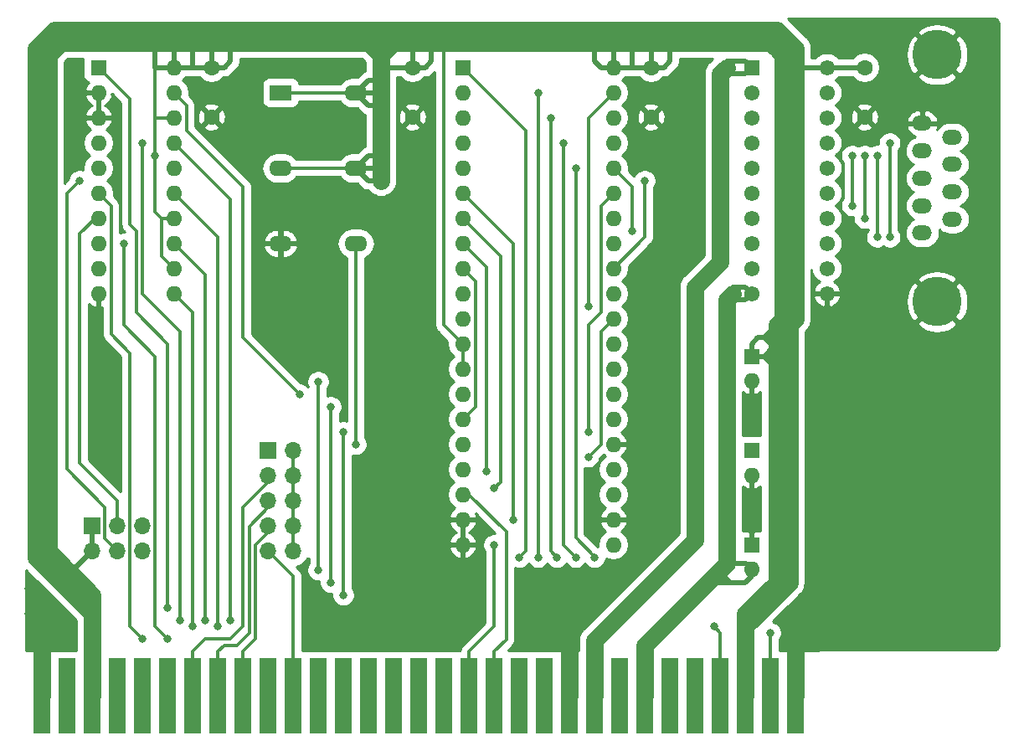
<source format=gbl>
%TF.GenerationSoftware,KiCad,Pcbnew,(5.1.9)-1*%
%TF.CreationDate,2021-04-22T20:22:13+08:00*%
%TF.ProjectId,BasicSerial,42617369-6353-4657-9269-616c2e6b6963,rev?*%
%TF.SameCoordinates,Original*%
%TF.FileFunction,Copper,L2,Bot*%
%TF.FilePolarity,Positive*%
%FSLAX46Y46*%
G04 Gerber Fmt 4.6, Leading zero omitted, Abs format (unit mm)*
G04 Created by KiCad (PCBNEW (5.1.9)-1) date 2021-04-22 20:22:13*
%MOMM*%
%LPD*%
G01*
G04 APERTURE LIST*
%TA.AperFunction,ComponentPad*%
%ADD10C,5.001260*%
%TD*%
%TA.AperFunction,ComponentPad*%
%ADD11O,1.998980X1.501140*%
%TD*%
%TA.AperFunction,ComponentPad*%
%ADD12O,1.600000X1.600000*%
%TD*%
%TA.AperFunction,ComponentPad*%
%ADD13R,1.600000X1.600000*%
%TD*%
%TA.AperFunction,ComponentPad*%
%ADD14R,1.600000X1.501140*%
%TD*%
%TA.AperFunction,ComponentPad*%
%ADD15O,1.600000X1.501140*%
%TD*%
%TA.AperFunction,ComponentPad*%
%ADD16O,2.300000X1.600000*%
%TD*%
%TA.AperFunction,ComponentPad*%
%ADD17R,2.300000X1.600000*%
%TD*%
%TA.AperFunction,ComponentPad*%
%ADD18C,1.600000*%
%TD*%
%TA.AperFunction,ComponentPad*%
%ADD19R,1.700000X1.700000*%
%TD*%
%TA.AperFunction,ComponentPad*%
%ADD20O,1.700000X1.700000*%
%TD*%
%TA.AperFunction,ConnectorPad*%
%ADD21R,1.780000X7.620000*%
%TD*%
%TA.AperFunction,ViaPad*%
%ADD22C,0.800000*%
%TD*%
%TA.AperFunction,ViaPad*%
%ADD23C,1.000000*%
%TD*%
%TA.AperFunction,Conductor*%
%ADD24C,0.300000*%
%TD*%
%TA.AperFunction,Conductor*%
%ADD25C,1.750000*%
%TD*%
%TA.AperFunction,Conductor*%
%ADD26C,0.500000*%
%TD*%
%TA.AperFunction,Conductor*%
%ADD27C,0.254000*%
%TD*%
%TA.AperFunction,Conductor*%
%ADD28C,0.100000*%
%TD*%
G04 APERTURE END LIST*
D10*
%TO.P,CN1,5*%
%TO.N,GND*%
X189589000Y-98614260D03*
D11*
%TO.P,CN1,9*%
%TO.N,/SER_PIN9*%
X191107920Y-81964560D03*
%TO.P,CN1,8*%
%TO.N,/SER_PIN8*%
X191107920Y-84735700D03*
%TO.P,CN1,7*%
%TO.N,/SER_PIN7*%
X191107920Y-87504300D03*
%TO.P,CN1,6*%
%TO.N,/SER_PIN6*%
X191107920Y-90275440D03*
%TO.P,CN1,1*%
%TO.N,/SER_PIN1*%
X188070080Y-91659740D03*
%TO.P,CN1,2*%
%TO.N,/SER_PIN2*%
X188070080Y-88891140D03*
%TO.P,CN1,5*%
%TO.N,GND*%
X188070080Y-80580260D03*
%TO.P,CN1,4*%
%TO.N,/SER_PIN4*%
X188070080Y-83348860D03*
%TO.P,CN1,3*%
%TO.N,/SER_PIN3*%
X188070080Y-86120000D03*
D10*
%TO.P,CN1,5*%
%TO.N,GND*%
X189589000Y-73625740D03*
%TD*%
D12*
%TO.P,U2,20*%
%TO.N,VCC*%
X112395000Y-74930000D03*
%TO.P,U2,10*%
%TO.N,GND*%
X104775000Y-97790000D03*
%TO.P,U2,19*%
%TO.N,~UART_CS*%
X112395000Y-77470000D03*
%TO.P,U2,9*%
%TO.N,VCC*%
X104775000Y-95250000D03*
%TO.P,U2,18*%
X112395000Y-80010000D03*
%TO.P,U2,8*%
%TO.N,A05*%
X104775000Y-92710000D03*
%TO.P,U2,17*%
%TO.N,A09*%
X112395000Y-82550000D03*
%TO.P,U2,7*%
%TO.N,Net-(J1-Pad2)*%
X104775000Y-90170000D03*
%TO.P,U2,16*%
%TO.N,Net-(J1-Pad5)*%
X112395000Y-85090000D03*
%TO.P,U2,6*%
%TO.N,A04*%
X104775000Y-87630000D03*
%TO.P,U2,15*%
%TO.N,A08*%
X112395000Y-87630000D03*
%TO.P,U2,5*%
%TO.N,VCC*%
X104775000Y-85090000D03*
%TO.P,U2,14*%
X112395000Y-90170000D03*
%TO.P,U2,4*%
%TO.N,A03*%
X104775000Y-82550000D03*
%TO.P,U2,13*%
%TO.N,A07*%
X112395000Y-92710000D03*
%TO.P,U2,3*%
%TO.N,GND*%
X104775000Y-80010000D03*
%TO.P,U2,12*%
%TO.N,VCC*%
X112395000Y-95250000D03*
%TO.P,U2,2*%
%TO.N,GND*%
X104775000Y-77470000D03*
%TO.P,U2,11*%
%TO.N,A06*%
X112395000Y-97790000D03*
D13*
%TO.P,U2,1*%
%TO.N,AEN*%
X104775000Y-74930000D03*
%TD*%
D12*
%TO.P,U1,40*%
%TO.N,VCC*%
X156845000Y-74930000D03*
%TO.P,U1,20*%
%TO.N,GND*%
X141605000Y-123190000D03*
%TO.P,U1,39*%
%TO.N,Net-(U1-Pad39)*%
X156845000Y-77470000D03*
%TO.P,U1,19*%
%TO.N,GND*%
X141605000Y-120650000D03*
%TO.P,U1,38*%
%TO.N,Net-(U1-Pad38)*%
X156845000Y-80010000D03*
%TO.P,U1,18*%
%TO.N,~IOW*%
X141605000Y-118110000D03*
%TO.P,U1,37*%
%TO.N,Net-(U1-Pad37)*%
X156845000Y-82550000D03*
%TO.P,U1,17*%
%TO.N,UART_XOUT*%
X141605000Y-115570000D03*
%TO.P,U1,36*%
%TO.N,Net-(U1-Pad36)*%
X156845000Y-85090000D03*
%TO.P,U1,16*%
%TO.N,UART_XIN*%
X141605000Y-113030000D03*
%TO.P,U1,35*%
%TO.N,RESET*%
X156845000Y-87630000D03*
%TO.P,U1,15*%
%TO.N,Net-(U1-Pad15)*%
X141605000Y-110490000D03*
%TO.P,U1,34*%
%TO.N,Net-(U1-Pad34)*%
X156845000Y-90170000D03*
%TO.P,U1,14*%
%TO.N,~UART_CS*%
X141605000Y-107950000D03*
%TO.P,U1,33*%
%TO.N,Net-(U1-Pad33)*%
X156845000Y-92710000D03*
%TO.P,U1,13*%
%TO.N,VCC*%
X141605000Y-105410000D03*
%TO.P,U1,32*%
%TO.N,Net-(U1-Pad32)*%
X156845000Y-95250000D03*
%TO.P,U1,12*%
%TO.N,VCC*%
X141605000Y-102870000D03*
%TO.P,U1,31*%
%TO.N,Net-(U1-Pad31)*%
X156845000Y-97790000D03*
%TO.P,U1,11*%
%TO.N,Net-(U1-Pad11)*%
X141605000Y-100330000D03*
%TO.P,U1,30*%
%TO.N,Net-(J2-Pad10)*%
X156845000Y-100330000D03*
%TO.P,U1,10*%
%TO.N,Net-(U1-Pad10)*%
X141605000Y-97790000D03*
%TO.P,U1,29*%
%TO.N,Net-(U1-Pad29)*%
X156845000Y-102870000D03*
%TO.P,U1,9*%
%TO.N,Net-(U1-Pad15)*%
X141605000Y-95250000D03*
%TO.P,U1,28*%
%TO.N,A00*%
X156845000Y-105410000D03*
%TO.P,U1,8*%
%TO.N,D7*%
X141605000Y-92710000D03*
%TO.P,U1,27*%
%TO.N,A01*%
X156845000Y-107950000D03*
%TO.P,U1,7*%
%TO.N,D6*%
X141605000Y-90170000D03*
%TO.P,U1,26*%
%TO.N,A02*%
X156845000Y-110490000D03*
%TO.P,U1,6*%
%TO.N,D5*%
X141605000Y-87630000D03*
%TO.P,U1,25*%
%TO.N,GND*%
X156845000Y-113030000D03*
%TO.P,U1,5*%
%TO.N,D4*%
X141605000Y-85090000D03*
%TO.P,U1,24*%
%TO.N,Net-(U1-Pad24)*%
X156845000Y-115570000D03*
%TO.P,U1,4*%
%TO.N,D3*%
X141605000Y-82550000D03*
%TO.P,U1,23*%
%TO.N,Net-(U1-Pad23)*%
X156845000Y-118110000D03*
%TO.P,U1,3*%
%TO.N,D2*%
X141605000Y-80010000D03*
%TO.P,U1,22*%
%TO.N,GND*%
X156845000Y-120650000D03*
%TO.P,U1,2*%
%TO.N,D1*%
X141605000Y-77470000D03*
%TO.P,U1,21*%
%TO.N,~IOR*%
X156845000Y-123190000D03*
D13*
%TO.P,U1,1*%
%TO.N,D0*%
X141605000Y-74930000D03*
%TD*%
D14*
%TO.P,U3,1*%
%TO.N,+12V*%
X170815000Y-74930000D03*
D15*
%TO.P,U3,11*%
%TO.N,GND*%
X178435000Y-97790000D03*
%TO.P,U3,2*%
%TO.N,/SER_PIN1*%
X170815000Y-77470000D03*
%TO.P,U3,12*%
%TO.N,Net-(U1-Pad39)*%
X178435000Y-95250000D03*
%TO.P,U3,3*%
%TO.N,/SER_PIN6*%
X170815000Y-80010000D03*
%TO.P,U3,13*%
%TO.N,Net-(U1-Pad33)*%
X178435000Y-92710000D03*
%TO.P,U3,4*%
%TO.N,/SER_PIN2*%
X170815000Y-82550000D03*
%TO.P,U3,14*%
%TO.N,Net-(U1-Pad36)*%
X178435000Y-90170000D03*
%TO.P,U3,5*%
%TO.N,/SER_PIN7*%
X170815000Y-85090000D03*
%TO.P,U3,15*%
%TO.N,Net-(U1-Pad11)*%
X178435000Y-87630000D03*
%TO.P,U3,6*%
%TO.N,/SER_PIN3*%
X170815000Y-87630000D03*
%TO.P,U3,16*%
%TO.N,Net-(U1-Pad32)*%
X178435000Y-85090000D03*
%TO.P,U3,7*%
%TO.N,/SER_PIN8*%
X170815000Y-90170000D03*
%TO.P,U3,17*%
%TO.N,Net-(U1-Pad10)*%
X178435000Y-82550000D03*
%TO.P,U3,8*%
%TO.N,/SER_PIN4*%
X170815000Y-92710000D03*
%TO.P,U3,18*%
%TO.N,Net-(U1-Pad37)*%
X178435000Y-80010000D03*
%TO.P,U3,9*%
%TO.N,/SER_PIN9*%
X170815000Y-95250000D03*
%TO.P,U3,19*%
%TO.N,Net-(U1-Pad38)*%
X178435000Y-77470000D03*
%TO.P,U3,10*%
%TO.N,-12V*%
X170815000Y-97790000D03*
%TO.P,U3,20*%
%TO.N,VCC*%
X178435000Y-74930000D03*
%TD*%
D16*
%TO.P,U4,14*%
%TO.N,VCC*%
X130810000Y-77470000D03*
%TO.P,U4,11*%
X130810000Y-85090000D03*
%TO.P,U4,8*%
%TO.N,UART_XIN*%
X130810000Y-92710000D03*
%TO.P,U4,7*%
%TO.N,GND*%
X123190000Y-92710000D03*
%TO.P,U4,4*%
%TO.N,VCC*%
X123190000Y-85090000D03*
D17*
%TO.P,U4,1*%
X123190000Y-77470000D03*
%TD*%
D18*
%TO.P,C3,2*%
%TO.N,GND*%
X182245000Y-79930000D03*
%TO.P,C3,1*%
%TO.N,VCC*%
X182245000Y-74930000D03*
%TD*%
%TO.P,C1,2*%
%TO.N,GND*%
X160655000Y-79930000D03*
%TO.P,C1,1*%
%TO.N,VCC*%
X160655000Y-74930000D03*
%TD*%
%TO.P,C4,2*%
%TO.N,GND*%
X136525000Y-79930000D03*
%TO.P,C4,1*%
%TO.N,VCC*%
X136525000Y-74930000D03*
%TD*%
%TO.P,C2,2*%
%TO.N,GND*%
X116205000Y-79930000D03*
%TO.P,C2,1*%
%TO.N,VCC*%
X116205000Y-74930000D03*
%TD*%
D12*
%TO.P,C7,2*%
%TO.N,-12V*%
X170815000Y-125690000D03*
D13*
%TO.P,C7,1*%
%TO.N,GND*%
X170815000Y-123190000D03*
%TD*%
D12*
%TO.P,C6,2*%
%TO.N,GND*%
X170815000Y-116165000D03*
D13*
%TO.P,C6,1*%
%TO.N,+12V*%
X170815000Y-113665000D03*
%TD*%
%TO.P,C5,1*%
%TO.N,VCC*%
X170815000Y-104140000D03*
D12*
%TO.P,C5,2*%
%TO.N,GND*%
X170815000Y-106640000D03*
%TD*%
D19*
%TO.P,J2,1*%
%TO.N,IRQ2*%
X121920000Y-113665000D03*
D20*
%TO.P,J2,2*%
%TO.N,Net-(J2-Pad10)*%
X124460000Y-113665000D03*
%TO.P,J2,3*%
%TO.N,IRQ3*%
X121920000Y-116205000D03*
%TO.P,J2,4*%
%TO.N,Net-(J2-Pad10)*%
X124460000Y-116205000D03*
%TO.P,J2,5*%
%TO.N,IRQ4*%
X121920000Y-118745000D03*
%TO.P,J2,6*%
%TO.N,Net-(J2-Pad10)*%
X124460000Y-118745000D03*
%TO.P,J2,7*%
%TO.N,IRQ5*%
X121920000Y-121285000D03*
%TO.P,J2,8*%
%TO.N,Net-(J2-Pad10)*%
X124460000Y-121285000D03*
%TO.P,J2,9*%
%TO.N,IRQ7*%
X121920000Y-123825000D03*
%TO.P,J2,10*%
%TO.N,Net-(J2-Pad10)*%
X124460000Y-123825000D03*
%TD*%
D19*
%TO.P,J1,1*%
%TO.N,VCC*%
X104140000Y-121285000D03*
D20*
%TO.P,J1,4*%
X104140000Y-123825000D03*
%TO.P,J1,2*%
%TO.N,Net-(J1-Pad2)*%
X106680000Y-121285000D03*
%TO.P,J1,5*%
%TO.N,Net-(J1-Pad5)*%
X106680000Y-123825000D03*
%TO.P,J1,3*%
%TO.N,GND*%
X109220000Y-121285000D03*
%TO.P,J1,6*%
X109220000Y-123825000D03*
%TD*%
D21*
%TO.P,J3,31*%
%TO.N,GND*%
X99060000Y-138430000D03*
%TO.P,J3,30*%
%TO.N,Net-(J3-Pad30)*%
X101600000Y-138430000D03*
%TO.P,J3,29*%
%TO.N,VCC*%
X104140000Y-138430000D03*
%TO.P,J3,28*%
%TO.N,Net-(J3-Pad28)*%
X106680000Y-138430000D03*
%TO.P,J3,27*%
%TO.N,Net-(J3-Pad27)*%
X109220000Y-138430000D03*
%TO.P,J3,26*%
%TO.N,Net-(J3-Pad26)*%
X111760000Y-138430000D03*
%TO.P,J3,25*%
%TO.N,IRQ3*%
X114300000Y-138430000D03*
%TO.P,J3,24*%
%TO.N,IRQ4*%
X116840000Y-138430000D03*
%TO.P,J3,23*%
%TO.N,IRQ5*%
X119380000Y-138430000D03*
%TO.P,J3,22*%
%TO.N,Net-(J3-Pad22)*%
X121920000Y-138430000D03*
%TO.P,J3,21*%
%TO.N,IRQ7*%
X124460000Y-138430000D03*
%TO.P,J3,20*%
%TO.N,Net-(J3-Pad20)*%
X127000000Y-138430000D03*
%TO.P,J3,19*%
%TO.N,Net-(J3-Pad19)*%
X129540000Y-138430000D03*
%TO.P,J3,18*%
%TO.N,Net-(J3-Pad18)*%
X132080000Y-138430000D03*
%TO.P,J3,17*%
%TO.N,Net-(J3-Pad17)*%
X134620000Y-138430000D03*
%TO.P,J3,16*%
%TO.N,Net-(J3-Pad16)*%
X137160000Y-138430000D03*
%TO.P,J3,15*%
%TO.N,Net-(J3-Pad15)*%
X139700000Y-138430000D03*
%TO.P,J3,14*%
%TO.N,~IOR*%
X142240000Y-138430000D03*
%TO.P,J3,13*%
%TO.N,~IOW*%
X144780000Y-138430000D03*
%TO.P,J3,12*%
%TO.N,Net-(J3-Pad12)*%
X147320000Y-138430000D03*
%TO.P,J3,11*%
%TO.N,Net-(J3-Pad11)*%
X149860000Y-138430000D03*
%TO.P,J3,10*%
%TO.N,GND*%
X152400000Y-138430000D03*
%TO.P,J3,9*%
%TO.N,+12V*%
X154940000Y-138430000D03*
%TO.P,J3,8*%
%TO.N,Net-(J3-Pad8)*%
X157480000Y-138430000D03*
%TO.P,J3,7*%
%TO.N,-12V*%
X160020000Y-138430000D03*
%TO.P,J3,6*%
%TO.N,Net-(J3-Pad6)*%
X162560000Y-138430000D03*
%TO.P,J3,5*%
%TO.N,Net-(J3-Pad5)*%
X165100000Y-138430000D03*
%TO.P,J3,4*%
%TO.N,IRQ2*%
X167640000Y-138430000D03*
%TO.P,J3,3*%
%TO.N,VCC*%
X170180000Y-138430000D03*
%TO.P,J3,2*%
%TO.N,RESET*%
X172720000Y-138430000D03*
%TO.P,J3,1*%
%TO.N,GND*%
X175260000Y-138430000D03*
%TD*%
D22*
%TO.N,A00*%
X127000000Y-125730000D03*
X127000000Y-106680000D03*
%TO.N,A01*%
X128270000Y-127000000D03*
X128270000Y-109220000D03*
%TO.N,A02*%
X129540000Y-128270000D03*
X129540000Y-111760000D03*
%TO.N,A03*%
X109220000Y-82550000D03*
X113030000Y-130810000D03*
%TO.N,A04*%
X109220000Y-132715000D03*
%TO.N,A05*%
X107315000Y-92710000D03*
X111760000Y-132715000D03*
%TO.N,A06*%
X114300000Y-131445000D03*
%TO.N,A07*%
X115570000Y-130810000D03*
%TO.N,A08*%
X116840000Y-131445002D03*
%TO.N,A09*%
X118110000Y-130810000D03*
%TO.N,AEN*%
X111760000Y-129540000D03*
%TO.N,D0*%
X147320000Y-124460000D03*
%TO.N,D1*%
X149225000Y-124460000D03*
X149225000Y-77470000D03*
%TO.N,D2*%
X151130000Y-124460000D03*
X150495000Y-80010000D03*
%TO.N,D3*%
X153034990Y-124460000D03*
X151765007Y-82550007D03*
%TO.N,D4*%
X153035000Y-85090000D03*
X154940000Y-124460000D03*
%TO.N,D5*%
X146685000Y-120650000D03*
%TO.N,D6*%
X144780000Y-117475000D03*
%TO.N,D7*%
X144024979Y-115737759D03*
D23*
%TO.N,GND*%
X178435000Y-132715000D03*
X104775000Y-100330000D03*
X170815000Y-119380000D03*
X170815000Y-109855000D03*
X97790000Y-127635000D03*
X99060000Y-128905000D03*
X100330000Y-130175000D03*
X97790000Y-130175000D03*
X99060000Y-131445000D03*
X194945000Y-132715000D03*
X141605000Y-130810000D03*
X141605000Y-126365000D03*
X137795000Y-121920000D03*
X133985000Y-121920000D03*
X135890000Y-128270000D03*
X149860000Y-130175002D03*
X161290000Y-101600000D03*
X161290000Y-110490000D03*
X161290000Y-106045000D03*
X178435000Y-71755000D03*
X181610000Y-71755000D03*
X184785000Y-71755000D03*
X194945000Y-71755000D03*
X194945000Y-86995000D03*
X194945000Y-102235000D03*
X178435000Y-102235000D03*
X178435000Y-117475000D03*
X194945000Y-117475000D03*
X147955000Y-128270012D03*
X151765000Y-132080010D03*
X123190000Y-88900000D03*
X130810000Y-88900000D03*
X130810000Y-81280000D03*
X130810000Y-74930000D03*
X136525000Y-85090000D03*
X136525000Y-88900000D03*
X120650000Y-81280000D03*
X120650000Y-74930000D03*
X125730000Y-81280000D03*
X125730000Y-74930000D03*
X102235000Y-80010000D03*
X164465000Y-80010000D03*
X164465000Y-76200000D03*
X123190000Y-97790000D03*
X123190000Y-102870000D03*
X135255000Y-97790000D03*
X135255000Y-102870000D03*
D22*
%TO.N,VCC*%
X110490000Y-83820000D03*
%TO.N,~IOR*%
X144780000Y-123190000D03*
D23*
%TO.N,+12V*%
X165100000Y-113665000D03*
X165100000Y-111760000D03*
D22*
%TO.N,IRQ2*%
X167005000Y-131445000D03*
%TO.N,RESET*%
X172720000Y-132080000D03*
X154305000Y-111760000D03*
%TO.N,Net-(J1-Pad5)*%
X102870000Y-86360000D03*
%TO.N,UART_XIN*%
X130810000Y-113030000D03*
%TO.N,Net-(J2-Pad10)*%
X154305000Y-114300000D03*
%TO.N,Net-(U1-Pad39)*%
X154305000Y-99060000D03*
%TO.N,Net-(U1-Pad36)*%
X158750000Y-91440000D03*
%TO.N,~UART_CS*%
X125095000Y-107950000D03*
%TO.N,Net-(U1-Pad32)*%
X160020000Y-86360000D03*
%TO.N,/SER_PIN6*%
X182245000Y-90170000D03*
X182245000Y-83820000D03*
%TO.N,/SER_PIN1*%
X184785000Y-82550000D03*
X184785000Y-92075000D03*
%TO.N,/SER_PIN2*%
X180975000Y-83820000D03*
X180975000Y-88900000D03*
%TO.N,/SER_PIN4*%
X183515000Y-83820000D03*
X183515000Y-92075000D03*
%TD*%
D24*
%TO.N,A00*%
X127000000Y-125730000D02*
X127000000Y-106680000D01*
%TO.N,A01*%
X128270000Y-127000000D02*
X128270000Y-109220000D01*
%TO.N,A02*%
X129540000Y-128270000D02*
X129540000Y-111760000D01*
%TO.N,A03*%
X109220000Y-97790000D02*
X109220000Y-82550000D01*
X113030000Y-130810000D02*
X113030000Y-101600000D01*
X113030000Y-101600000D02*
X109220000Y-97790000D01*
%TO.N,A04*%
X107940001Y-131435001D02*
X109220000Y-132715000D01*
X106045000Y-101917500D02*
X107940001Y-103812501D01*
X107940001Y-103812501D02*
X107940001Y-131435001D01*
X106045000Y-88900000D02*
X106045000Y-101917500D01*
X104775000Y-87630000D02*
X106045000Y-88900000D01*
%TO.N,A05*%
X110490000Y-131445000D02*
X111760000Y-132715000D01*
X110490000Y-104140000D02*
X110490000Y-131445000D01*
X107315000Y-100965000D02*
X110490000Y-104140000D01*
X107315000Y-92710000D02*
X107315000Y-100965000D01*
%TO.N,A06*%
X114300000Y-99695000D02*
X112395000Y-97790000D01*
X114300000Y-131445000D02*
X114300000Y-99695000D01*
%TO.N,A07*%
X115570000Y-95885000D02*
X115570000Y-130810000D01*
X112395000Y-92710000D02*
X115570000Y-95885000D01*
%TO.N,A08*%
X112395000Y-87630000D02*
X116840000Y-92075000D01*
X116840000Y-92075000D02*
X116840000Y-131445002D01*
%TO.N,A09*%
X118110000Y-88265000D02*
X118110000Y-130810000D01*
X112395000Y-82550000D02*
X118110000Y-88265000D01*
%TO.N,AEN*%
X111760000Y-102870000D02*
X111760000Y-129540000D01*
X108585000Y-91440000D02*
X108585000Y-99695000D01*
X107950000Y-78105000D02*
X107950000Y-90805000D01*
X104775000Y-74930000D02*
X107950000Y-78105000D01*
X108585000Y-99695000D02*
X111760000Y-102870000D01*
X107950000Y-90805000D02*
X108585000Y-91440000D01*
%TO.N,D0*%
X147955000Y-123825000D02*
X147320000Y-124460000D01*
X147955000Y-81280000D02*
X147955000Y-123825000D01*
X141605000Y-74930000D02*
X147955000Y-81280000D01*
%TO.N,D1*%
X149225000Y-124460000D02*
X149225000Y-77470000D01*
%TO.N,D2*%
X150495000Y-123825000D02*
X150495000Y-80010000D01*
X151130000Y-124460000D02*
X150495000Y-123825000D01*
%TO.N,D3*%
X153034990Y-124460000D02*
X151765007Y-123190017D01*
X151765007Y-123190017D02*
X151765007Y-82550007D01*
%TO.N,D4*%
X154940000Y-124383124D02*
X153035000Y-122478124D01*
X154940000Y-124460000D02*
X154940000Y-124383124D01*
X153035000Y-122478124D02*
X153035000Y-85090000D01*
%TO.N,D5*%
X146685000Y-92710000D02*
X146685000Y-120650000D01*
X141605000Y-87630000D02*
X146685000Y-92710000D01*
%TO.N,D6*%
X145415000Y-93980000D02*
X145415000Y-116840000D01*
X145415000Y-116840000D02*
X144780000Y-117475000D01*
X141605000Y-90170000D02*
X145415000Y-93980000D01*
%TO.N,D7*%
X144024979Y-95129979D02*
X144024979Y-115737759D01*
X141605000Y-92710000D02*
X144024979Y-95129979D01*
D25*
%TO.N,GND*%
X175260000Y-138430000D02*
X175260000Y-132715000D01*
D26*
X104775000Y-97790000D02*
X104775000Y-100330000D01*
D25*
X99060000Y-138430000D02*
X99060000Y-133350000D01*
D26*
X97790000Y-127635000D02*
X99060000Y-128905000D01*
X97790000Y-130175000D02*
X99060000Y-131445000D01*
X100330000Y-130175000D02*
X99060000Y-131445000D01*
X99060000Y-128905000D02*
X99060000Y-131445000D01*
X99060000Y-133350000D02*
X99060000Y-131445000D01*
X175260000Y-132715000D02*
X194945000Y-132715000D01*
X161290000Y-101600000D02*
X161290000Y-106045000D01*
X161290000Y-106045000D02*
X161290000Y-110490000D01*
X178435000Y-71755000D02*
X181610000Y-71755000D01*
X184785000Y-77390000D02*
X184785000Y-71755000D01*
X182245000Y-79930000D02*
X184785000Y-77390000D01*
X181610000Y-71755000D02*
X184785000Y-71755000D01*
X194945000Y-86995000D02*
X194945000Y-71755000D01*
X194945000Y-102235000D02*
X194945000Y-86995000D01*
X194945000Y-102235000D02*
X178435000Y-102235000D01*
X194945000Y-117475000D02*
X194945000Y-102235000D01*
X194945000Y-117475000D02*
X178435000Y-117475000D01*
X194945000Y-132715000D02*
X194945000Y-117475000D01*
X161290000Y-110490000D02*
X161290000Y-122555010D01*
D25*
X152400000Y-132715010D02*
X151765000Y-132080010D01*
D26*
X161290000Y-122555010D02*
X151765000Y-132080010D01*
D25*
X152400000Y-138430000D02*
X152400000Y-132715010D01*
D26*
X123190000Y-92710000D02*
X123190000Y-88900000D01*
X123190000Y-88900000D02*
X130810000Y-88900000D01*
X136525000Y-85090000D02*
X136525000Y-88900000D01*
X136525000Y-79930000D02*
X137795000Y-81200000D01*
X137795000Y-83820000D02*
X136525000Y-85090000D01*
X137795000Y-81200000D02*
X137795000Y-83820000D01*
X130810000Y-81280000D02*
X125730000Y-81280000D01*
X130810000Y-74930000D02*
X125730000Y-74930000D01*
X117395000Y-78740000D02*
X120650000Y-78740000D01*
X116205000Y-79930000D02*
X117395000Y-78740000D01*
X120650000Y-75637106D02*
X120650000Y-74930000D01*
X120650000Y-81280000D02*
X120650000Y-75637106D01*
X125730000Y-81280000D02*
X120650000Y-81280000D01*
X125730000Y-74930000D02*
X120650000Y-74930000D01*
X104775000Y-80010000D02*
X102235000Y-80010000D01*
X160655000Y-79930000D02*
X161845000Y-78740000D01*
X163195000Y-78740000D02*
X164465000Y-80010000D01*
X161845000Y-78740000D02*
X163195000Y-78740000D01*
X164465000Y-80010000D02*
X164465000Y-76200000D01*
X123190000Y-92710000D02*
X123190000Y-97790000D01*
X123190000Y-97790000D02*
X123190000Y-102870000D01*
%TO.N,VCC*%
X104140000Y-121285000D02*
X104140000Y-123825000D01*
X178435000Y-74930000D02*
X182245000Y-74930000D01*
D24*
X141605000Y-105410000D02*
X141605000Y-102870000D01*
D25*
X170180000Y-131445000D02*
X173355000Y-128270000D01*
X170180000Y-138430000D02*
X170180000Y-131445000D01*
D26*
X170815000Y-104140000D02*
X170815000Y-102870000D01*
X170815000Y-102870000D02*
X171450000Y-102235000D01*
X172720000Y-102235000D02*
X173355000Y-101600000D01*
D25*
X173355000Y-101600000D02*
X173355000Y-100965000D01*
X173355000Y-103505000D02*
X173355000Y-101600000D01*
D26*
X171450000Y-102235000D02*
X172085000Y-102235000D01*
X172085000Y-102235000D02*
X173355000Y-100965000D01*
X172085000Y-102235000D02*
X172720000Y-102235000D01*
X172085000Y-102235000D02*
X173355000Y-103505000D01*
X172720000Y-103505000D02*
X173355000Y-103505000D01*
X172085000Y-104140000D02*
X172720000Y-103505000D01*
X172085000Y-104140000D02*
X173355000Y-104140000D01*
D25*
X173355000Y-104140000D02*
X173355000Y-103505000D01*
D26*
X172085000Y-104140000D02*
X173355000Y-105410000D01*
D25*
X173355000Y-105410000D02*
X173355000Y-104140000D01*
D26*
X170815000Y-104140000D02*
X172085000Y-104140000D01*
D25*
X174625000Y-127000000D02*
X173355000Y-128270000D01*
X173355000Y-127000000D02*
X170180000Y-130175000D01*
X173355000Y-128270000D02*
X173355000Y-127000000D01*
X173355000Y-127000000D02*
X173355000Y-105410000D01*
X170180000Y-130175000D02*
X170180000Y-131445000D01*
X104140000Y-138430000D02*
X104140000Y-130810000D01*
D26*
X178435000Y-74930000D02*
X174625000Y-74930000D01*
D25*
X99695000Y-73660000D02*
X100965000Y-72390000D01*
X173355000Y-71120000D02*
X173355000Y-73025000D01*
X99695000Y-124460000D02*
X99695000Y-73660000D01*
X99695000Y-123825000D02*
X99695000Y-124460000D01*
X104140000Y-130810000D02*
X104140000Y-128270000D01*
X99695000Y-125730000D02*
X99695000Y-124460000D01*
X104140000Y-130175000D02*
X99695000Y-125730000D01*
X104140000Y-130810000D02*
X104140000Y-130175000D01*
X100330000Y-71120000D02*
X173355000Y-71120000D01*
X98425000Y-73025000D02*
X100330000Y-71120000D01*
X98425000Y-124460000D02*
X98425000Y-73025000D01*
X99695000Y-125730000D02*
X98425000Y-124460000D01*
X173990000Y-73660000D02*
X173990000Y-100330000D01*
X173990000Y-100330000D02*
X173355000Y-100965000D01*
X173355000Y-73025000D02*
X173990000Y-73660000D01*
X173355000Y-100965000D02*
X174625000Y-99695000D01*
X174625000Y-99695000D02*
X175260000Y-100330000D01*
X174625000Y-100965000D02*
X174625000Y-101600000D01*
X175260000Y-100330000D02*
X174625000Y-100965000D01*
X174625000Y-101600000D02*
X174625000Y-127000000D01*
X174625000Y-99695000D02*
X174625000Y-101600000D01*
X174625000Y-73025000D02*
X173990000Y-73660000D01*
X175260000Y-73025000D02*
X173355000Y-71120000D01*
X175260000Y-100330000D02*
X175260000Y-73025000D01*
D24*
X139700000Y-100965000D02*
X139700000Y-71755000D01*
X141605000Y-102870000D02*
X139700000Y-100965000D01*
X123190000Y-77470000D02*
X130810000Y-77470000D01*
X123190000Y-85090000D02*
X130810000Y-85090000D01*
D26*
X130810000Y-77470000D02*
X132080000Y-78740000D01*
X132080000Y-78740000D02*
X133350000Y-78740000D01*
X130810000Y-77470000D02*
X132080000Y-76200000D01*
X132080000Y-76200000D02*
X133350000Y-76200000D01*
X130810000Y-77470000D02*
X132715000Y-77470000D01*
X132715000Y-77470000D02*
X133350000Y-76835000D01*
D25*
X133350000Y-76835000D02*
X133350000Y-78740000D01*
X133350000Y-76200000D02*
X133350000Y-76835000D01*
D26*
X130810000Y-85090000D02*
X132080000Y-83820000D01*
X132080000Y-83820000D02*
X133350000Y-83820000D01*
D25*
X133350000Y-78740000D02*
X133350000Y-83820000D01*
X172720000Y-72390000D02*
X173355000Y-73025000D01*
D26*
X136525000Y-73025000D02*
X137160000Y-72390000D01*
X136525000Y-74930000D02*
X136525000Y-73025000D01*
X136525000Y-74930000D02*
X137795000Y-74930000D01*
X137795000Y-74930000D02*
X138430000Y-74295000D01*
X138430000Y-74295000D02*
X138430000Y-72390000D01*
D25*
X137160000Y-72390000D02*
X138430000Y-72390000D01*
D26*
X130810000Y-85090000D02*
X133350000Y-85090000D01*
D25*
X132080000Y-72390000D02*
X133350000Y-72390000D01*
X133350000Y-72390000D02*
X133350000Y-73660000D01*
X133350000Y-73660000D02*
X132080000Y-72390000D01*
X133350000Y-73660000D02*
X133350000Y-76200000D01*
X133350000Y-73660000D02*
X134620000Y-72390000D01*
X134620000Y-72390000D02*
X137160000Y-72390000D01*
X133350000Y-72390000D02*
X134620000Y-72390000D01*
D26*
X130810000Y-85090000D02*
X132080000Y-86360000D01*
X132080000Y-86360000D02*
X133350000Y-86360000D01*
D25*
X133350000Y-83820000D02*
X133350000Y-86360000D01*
D26*
X116205000Y-74930000D02*
X116205000Y-73025000D01*
X116205000Y-73025000D02*
X115570000Y-72390000D01*
X112395000Y-73025000D02*
X113030000Y-72390000D01*
X112395000Y-74930000D02*
X112395000Y-73025000D01*
X116205000Y-74930000D02*
X117475000Y-74930000D01*
X117475000Y-74930000D02*
X118110000Y-74295000D01*
X118110000Y-73025000D02*
X117475000Y-72390000D01*
X118110000Y-74295000D02*
X118110000Y-73025000D01*
D25*
X117475000Y-72390000D02*
X132080000Y-72390000D01*
X115570000Y-72390000D02*
X117475000Y-72390000D01*
D26*
X114300000Y-74930000D02*
X114300000Y-73025000D01*
D25*
X114935000Y-72390000D02*
X115570000Y-72390000D01*
X113030000Y-72390000D02*
X114935000Y-72390000D01*
D26*
X114300000Y-73025000D02*
X114935000Y-72390000D01*
X116205000Y-74930000D02*
X114300000Y-74930000D01*
X114300000Y-74930000D02*
X112395000Y-74930000D01*
X112395000Y-74930000D02*
X111125000Y-74930000D01*
D25*
X110490000Y-72390000D02*
X113030000Y-72390000D01*
X100965000Y-72390000D02*
X110490000Y-72390000D01*
X104140000Y-128270000D02*
X102235000Y-126365000D01*
D26*
X102552500Y-125412500D02*
X101917500Y-125412500D01*
X101917500Y-125412500D02*
X101600000Y-125730000D01*
D25*
X101600000Y-125730000D02*
X99695000Y-123825000D01*
X102235000Y-126365000D02*
X101600000Y-125730000D01*
D26*
X104140000Y-123825000D02*
X102552500Y-125412500D01*
X102552500Y-126047500D02*
X102235000Y-126365000D01*
X102552500Y-125412500D02*
X102552500Y-126047500D01*
X110490000Y-74930000D02*
X110490000Y-72390000D01*
X111125000Y-74930000D02*
X110490000Y-74930000D01*
D24*
X110490000Y-80010000D02*
X110490000Y-74930000D01*
X112395000Y-80010000D02*
X110490000Y-80010000D01*
X110490000Y-80010000D02*
X110490000Y-83820000D01*
X111125000Y-93980000D02*
X112395000Y-95250000D01*
X111125000Y-90170000D02*
X111125000Y-93980000D01*
X110490000Y-89535000D02*
X110490000Y-83820000D01*
X111125000Y-90170000D02*
X110490000Y-89535000D01*
X112395000Y-90170000D02*
X111125000Y-90170000D01*
D26*
X156845000Y-73025000D02*
X157480000Y-72390000D01*
X156845000Y-74930000D02*
X156845000Y-73025000D01*
X160655000Y-73025000D02*
X160020000Y-72390000D01*
X160655000Y-74930000D02*
X160655000Y-73025000D01*
X158750000Y-74930000D02*
X158750000Y-72390000D01*
D25*
X158750000Y-72390000D02*
X160020000Y-72390000D01*
X157480000Y-72390000D02*
X158750000Y-72390000D01*
D26*
X160655000Y-74930000D02*
X158750000Y-74930000D01*
X158750000Y-74930000D02*
X156845000Y-74930000D01*
X160655000Y-74930000D02*
X161925000Y-74930000D01*
X161925000Y-74930000D02*
X162560000Y-74295000D01*
X162560000Y-74295000D02*
X162560000Y-72390000D01*
D25*
X162560000Y-72390000D02*
X172720000Y-72390000D01*
X160020000Y-72390000D02*
X162560000Y-72390000D01*
D26*
X156845000Y-74930000D02*
X155575000Y-74930000D01*
X155575000Y-74930000D02*
X154940000Y-74295000D01*
D25*
X154940000Y-72390000D02*
X157480000Y-72390000D01*
D26*
X154940000Y-74295000D02*
X154940000Y-72390000D01*
D25*
X138430000Y-72390000D02*
X154940000Y-72390000D01*
D26*
X136525000Y-74930000D02*
X133350000Y-74930000D01*
D24*
%TO.N,IRQ3*%
X121920000Y-116880198D02*
X121920000Y-116205000D01*
X119380000Y-119420198D02*
X121920000Y-116880198D01*
X115570000Y-132715000D02*
X118110000Y-132715000D01*
X118110000Y-132715000D02*
X119380000Y-131445000D01*
X114300000Y-133985000D02*
X115570000Y-132715000D01*
X119380000Y-131445000D02*
X119380000Y-119420198D01*
X114300000Y-138430000D02*
X114300000Y-133985000D01*
%TO.N,IRQ4*%
X118745000Y-133350000D02*
X120015000Y-132080000D01*
X116840000Y-138430000D02*
X116840000Y-133985000D01*
X116840000Y-133985000D02*
X117475000Y-133350000D01*
X117475000Y-133350000D02*
X118745000Y-133350000D01*
X120015000Y-132080000D02*
X120015000Y-121325198D01*
X120015000Y-121325198D02*
X121920000Y-119420198D01*
X121920000Y-119420198D02*
X121920000Y-118745000D01*
%TO.N,IRQ5*%
X121920000Y-121960198D02*
X121920000Y-121285000D01*
X120650000Y-123230198D02*
X121920000Y-121960198D01*
X119380000Y-133985000D02*
X120650000Y-132715000D01*
X120650000Y-132715000D02*
X120650000Y-123230198D01*
X119380000Y-138430000D02*
X119380000Y-133985000D01*
%TO.N,IRQ7*%
X124460000Y-126365000D02*
X121920000Y-123825000D01*
X124460000Y-138430000D02*
X124460000Y-126365000D01*
%TO.N,~IOR*%
X144780000Y-131445000D02*
X144780000Y-123190000D01*
X142240000Y-133985000D02*
X144780000Y-131445000D01*
X142240000Y-138430000D02*
X142240000Y-133985000D01*
%TO.N,~IOW*%
X141605000Y-118110000D02*
X142240000Y-118110000D01*
X142240000Y-118110000D02*
X146010000Y-121880000D01*
X146010000Y-121880000D02*
X146010000Y-132755000D01*
X146010000Y-132755000D02*
X144780000Y-133985000D01*
X144780000Y-133985000D02*
X144780000Y-138430000D01*
D25*
%TO.N,+12V*%
X154940000Y-132870000D02*
X165100000Y-122710000D01*
X154940000Y-138430000D02*
X154940000Y-132870000D01*
X165100000Y-122710000D02*
X165100000Y-113665000D01*
D26*
X168910000Y-75565000D02*
X168275000Y-75565000D01*
X170180000Y-75565000D02*
X168910000Y-75565000D01*
X170815000Y-74930000D02*
X170180000Y-75565000D01*
X168275000Y-74295000D02*
X168275000Y-74930000D01*
X170180000Y-74295000D02*
X168275000Y-74295000D01*
X170815000Y-74930000D02*
X170180000Y-74295000D01*
D25*
X165100000Y-111760000D02*
X165100000Y-113665000D01*
X167640000Y-94615000D02*
X165100000Y-97155000D01*
X167640000Y-75565000D02*
X167640000Y-94615000D01*
X165100000Y-97155000D02*
X165100000Y-111760000D01*
X168275000Y-74930000D02*
X167640000Y-75565000D01*
D26*
%TO.N,-12V*%
X168600010Y-122880010D02*
X167949990Y-122880010D01*
X168029990Y-124150010D02*
X167949990Y-124150010D01*
X170815000Y-97790000D02*
X170180000Y-97155000D01*
X170180000Y-97155000D02*
X168910000Y-97155000D01*
X170815000Y-97790000D02*
X170180000Y-98425000D01*
X170180000Y-98425000D02*
X168910000Y-98425000D01*
X168910000Y-121285000D02*
X168584990Y-120959990D01*
D25*
X168275000Y-98425000D02*
X168910000Y-97790000D01*
X168275000Y-125095000D02*
X168275000Y-98425000D01*
X160020000Y-138430000D02*
X160020000Y-133350000D01*
X160020000Y-133350000D02*
X166624000Y-126746000D01*
D26*
X166878000Y-127000000D02*
X166624000Y-126746000D01*
X168148000Y-127000000D02*
X168148000Y-126492000D01*
D25*
X167513000Y-125857000D02*
X168275000Y-125095000D01*
X166624000Y-126746000D02*
X167513000Y-125857000D01*
D26*
X168148000Y-127000000D02*
X166878000Y-127000000D01*
X168402000Y-126746000D02*
X168021000Y-126365000D01*
X168402000Y-127000000D02*
X168402000Y-126746000D01*
X168148000Y-126492000D02*
X168021000Y-126365000D01*
X168402000Y-127000000D02*
X168148000Y-127000000D01*
X168656000Y-127000000D02*
X168910000Y-127000000D01*
X167894000Y-126238000D02*
X168656000Y-127000000D01*
X168910000Y-127000000D02*
X168402000Y-127000000D01*
X168021000Y-126365000D02*
X167894000Y-126238000D01*
X167894000Y-126238000D02*
X167513000Y-125857000D01*
X167894000Y-126746000D02*
X168148000Y-127000000D01*
X167894000Y-126238000D02*
X167894000Y-126746000D01*
X168148000Y-125222000D02*
X168275000Y-125095000D01*
X168148000Y-127000000D02*
X168148000Y-125222000D01*
X170220000Y-125095000D02*
X168275000Y-125095000D01*
X170815000Y-125690000D02*
X170220000Y-125095000D01*
X170815000Y-126365000D02*
X170815000Y-125690000D01*
X170180000Y-127000000D02*
X170815000Y-126365000D01*
X168910000Y-127000000D02*
X170180000Y-127000000D01*
D24*
%TO.N,IRQ2*%
X167640000Y-132080000D02*
X167005000Y-131445000D01*
X167640000Y-138430000D02*
X167640000Y-132080000D01*
%TO.N,RESET*%
X172720000Y-138430000D02*
X172720000Y-132080000D01*
X156845000Y-87630000D02*
X155575000Y-88900000D01*
X155575000Y-99695000D02*
X154305000Y-100965000D01*
X154305000Y-100965000D02*
X154305000Y-111760000D01*
X155575000Y-88900000D02*
X155575000Y-99695000D01*
%TO.N,Net-(J1-Pad5)*%
X101600000Y-87630000D02*
X102870000Y-86360000D01*
X101600000Y-115549800D02*
X101600000Y-87630000D01*
X105419999Y-119369799D02*
X101600000Y-115549800D01*
X105419999Y-122564999D02*
X105419999Y-119369799D01*
X106680000Y-123825000D02*
X105419999Y-122564999D01*
%TO.N,Net-(J1-Pad2)*%
X106680000Y-118745000D02*
X106680000Y-121285000D01*
X102870000Y-114935000D02*
X106680000Y-118745000D01*
X102870000Y-91757500D02*
X102870000Y-114935000D01*
X104457500Y-90170000D02*
X102870000Y-91757500D01*
X104775000Y-90170000D02*
X104457500Y-90170000D01*
%TO.N,UART_XIN*%
X130810000Y-92710000D02*
X130810000Y-113030000D01*
%TO.N,Net-(J2-Pad10)*%
X124460000Y-123825000D02*
X124460000Y-121285000D01*
X124460000Y-121285000D02*
X124460000Y-118745000D01*
X124460000Y-118745000D02*
X124460000Y-116205000D01*
X124460000Y-116205000D02*
X124460000Y-113665000D01*
X155575000Y-113030000D02*
X154305000Y-114300000D01*
X155575000Y-101600000D02*
X155575000Y-113030000D01*
X156845000Y-100330000D02*
X155575000Y-101600000D01*
%TO.N,Net-(U1-Pad39)*%
X154305000Y-80010000D02*
X156845000Y-77470000D01*
X154305000Y-99060000D02*
X154305000Y-80010000D01*
%TO.N,Net-(U1-Pad36)*%
X158750000Y-86995000D02*
X156845000Y-85090000D01*
X158750000Y-91440000D02*
X158750000Y-86995000D01*
%TO.N,Net-(U1-Pad15)*%
X142875000Y-109220000D02*
X141605000Y-110490000D01*
X142875000Y-96520000D02*
X142875000Y-109220000D01*
X141605000Y-95250000D02*
X142875000Y-96520000D01*
%TO.N,~UART_CS*%
X119380000Y-102235000D02*
X125095000Y-107950000D01*
X119380000Y-86995000D02*
X119380000Y-102235000D01*
X113665000Y-81280000D02*
X119380000Y-86995000D01*
X113665000Y-78740000D02*
X113665000Y-81280000D01*
X112395000Y-77470000D02*
X113665000Y-78740000D01*
%TO.N,Net-(U1-Pad32)*%
X160020000Y-92075000D02*
X156845000Y-95250000D01*
X160020000Y-86360000D02*
X160020000Y-92075000D01*
%TO.N,/SER_PIN6*%
X182245000Y-83820000D02*
X182245000Y-90170000D01*
%TO.N,/SER_PIN1*%
X184785000Y-91440000D02*
X184785000Y-82550000D01*
X184785000Y-92075000D02*
X184785000Y-91440000D01*
%TO.N,/SER_PIN2*%
X180975000Y-83820000D02*
X180975000Y-88900000D01*
%TO.N,/SER_PIN4*%
X183515000Y-83820000D02*
X183515000Y-92075000D01*
%TD*%
D27*
%TO.N,GND*%
X195421033Y-70005044D02*
X195512449Y-70032645D01*
X195596759Y-70077473D01*
X195670759Y-70137826D01*
X195731627Y-70211402D01*
X195777043Y-70295398D01*
X195805281Y-70386618D01*
X195819000Y-70517152D01*
X195819001Y-133311985D01*
X195805956Y-133445033D01*
X195778355Y-133536449D01*
X195733527Y-133620759D01*
X195673174Y-133694759D01*
X195599595Y-133755629D01*
X195515605Y-133801042D01*
X195424382Y-133829281D01*
X195293848Y-133843000D01*
X177711166Y-133843000D01*
X177673000Y-133839241D01*
X177634834Y-133843000D01*
X177520681Y-133854243D01*
X177508296Y-133858000D01*
X173622000Y-133858000D01*
X173622000Y-132803607D01*
X173740889Y-132625677D01*
X173827729Y-132416026D01*
X173872000Y-132193462D01*
X173872000Y-131966538D01*
X173827729Y-131743974D01*
X173740889Y-131534323D01*
X173614817Y-131345643D01*
X173454357Y-131185183D01*
X173265677Y-131059111D01*
X173056026Y-130972271D01*
X172970639Y-130955286D01*
X174448952Y-129476974D01*
X174511029Y-129426029D01*
X174561975Y-129363951D01*
X174561978Y-129363948D01*
X174561982Y-129363943D01*
X175718951Y-128206975D01*
X175781029Y-128156029D01*
X175831975Y-128093951D01*
X175831978Y-128093948D01*
X175984346Y-127908286D01*
X176135424Y-127625640D01*
X176148309Y-127583164D01*
X176228458Y-127318948D01*
X176252000Y-127079925D01*
X176252000Y-127079915D01*
X176259871Y-127000001D01*
X176252000Y-126920086D01*
X176252000Y-101638924D01*
X176353941Y-101536983D01*
X176416029Y-101486029D01*
X176619346Y-101238286D01*
X176695158Y-101096452D01*
X176770425Y-100955638D01*
X176812220Y-100817856D01*
X187565009Y-100817856D01*
X187841255Y-101235890D01*
X188386292Y-101526484D01*
X188977549Y-101705163D01*
X189592303Y-101765061D01*
X190206930Y-101703875D01*
X190797810Y-101523956D01*
X191336745Y-101235890D01*
X191612991Y-100817856D01*
X189589000Y-98793865D01*
X187565009Y-100817856D01*
X176812220Y-100817856D01*
X176863458Y-100648948D01*
X176887000Y-100409925D01*
X176887000Y-100409924D01*
X176894872Y-100330000D01*
X176887000Y-100250075D01*
X176887000Y-98131275D01*
X177042687Y-98131275D01*
X177098028Y-98298149D01*
X177221903Y-98539572D01*
X177390497Y-98752189D01*
X177597331Y-98927830D01*
X177834456Y-99059745D01*
X178092760Y-99142864D01*
X178308000Y-99013264D01*
X178308000Y-97917000D01*
X178562000Y-97917000D01*
X178562000Y-99013264D01*
X178777240Y-99142864D01*
X179035544Y-99059745D01*
X179272669Y-98927830D01*
X179479503Y-98752189D01*
X179586254Y-98617563D01*
X186438199Y-98617563D01*
X186499385Y-99232190D01*
X186679304Y-99823070D01*
X186967370Y-100362005D01*
X187385404Y-100638251D01*
X189409395Y-98614260D01*
X189768605Y-98614260D01*
X191792596Y-100638251D01*
X192210630Y-100362005D01*
X192501224Y-99816968D01*
X192679903Y-99225711D01*
X192739801Y-98610957D01*
X192678615Y-97996330D01*
X192498696Y-97405450D01*
X192210630Y-96866515D01*
X191792596Y-96590269D01*
X189768605Y-98614260D01*
X189409395Y-98614260D01*
X187385404Y-96590269D01*
X186967370Y-96866515D01*
X186676776Y-97411552D01*
X186498097Y-98002809D01*
X186438199Y-98617563D01*
X179586254Y-98617563D01*
X179648097Y-98539572D01*
X179771972Y-98298149D01*
X179827313Y-98131275D01*
X179704659Y-97917000D01*
X178562000Y-97917000D01*
X178308000Y-97917000D01*
X177165341Y-97917000D01*
X177042687Y-98131275D01*
X176887000Y-98131275D01*
X176887000Y-95364427D01*
X176904741Y-95544555D01*
X176990660Y-95827791D01*
X177130184Y-96088822D01*
X177317952Y-96317618D01*
X177546748Y-96505386D01*
X177707108Y-96591100D01*
X177597331Y-96652170D01*
X177390497Y-96827811D01*
X177221903Y-97040428D01*
X177098028Y-97281851D01*
X177042687Y-97448725D01*
X177165341Y-97663000D01*
X178308000Y-97663000D01*
X178308000Y-97643000D01*
X178562000Y-97643000D01*
X178562000Y-97663000D01*
X179704659Y-97663000D01*
X179827313Y-97448725D01*
X179771972Y-97281851D01*
X179648097Y-97040428D01*
X179479503Y-96827811D01*
X179272669Y-96652170D01*
X179162892Y-96591100D01*
X179323252Y-96505386D01*
X179438671Y-96410664D01*
X187565009Y-96410664D01*
X189589000Y-98434655D01*
X191612991Y-96410664D01*
X191336745Y-95992630D01*
X190791708Y-95702036D01*
X190200451Y-95523357D01*
X189585697Y-95463459D01*
X188971070Y-95524645D01*
X188380190Y-95704564D01*
X187841255Y-95992630D01*
X187565009Y-96410664D01*
X179438671Y-96410664D01*
X179552048Y-96317618D01*
X179739816Y-96088822D01*
X179879340Y-95827791D01*
X179965259Y-95544555D01*
X179994270Y-95250000D01*
X179965259Y-94955445D01*
X179879340Y-94672209D01*
X179739816Y-94411178D01*
X179552048Y-94182382D01*
X179323252Y-93994614D01*
X179295911Y-93980000D01*
X179323252Y-93965386D01*
X179552048Y-93777618D01*
X179739816Y-93548822D01*
X179879340Y-93287791D01*
X179965259Y-93004555D01*
X179994270Y-92710000D01*
X179965259Y-92415445D01*
X179879340Y-92132209D01*
X179739816Y-91871178D01*
X179552048Y-91642382D01*
X179323252Y-91454614D01*
X179295911Y-91440000D01*
X179323252Y-91425386D01*
X179552048Y-91237618D01*
X179739816Y-91008822D01*
X179879340Y-90747791D01*
X179965259Y-90464555D01*
X179994270Y-90170000D01*
X179965259Y-89875445D01*
X179879340Y-89592209D01*
X179739816Y-89331178D01*
X179552048Y-89102382D01*
X179323252Y-88914614D01*
X179295911Y-88900000D01*
X179323252Y-88885386D01*
X179552048Y-88697618D01*
X179739816Y-88468822D01*
X179879340Y-88207791D01*
X179965259Y-87924555D01*
X179994270Y-87630000D01*
X179965259Y-87335445D01*
X179879340Y-87052209D01*
X179739816Y-86791178D01*
X179552048Y-86562382D01*
X179323252Y-86374614D01*
X179295911Y-86360000D01*
X179323252Y-86345386D01*
X179552048Y-86157618D01*
X179739816Y-85928822D01*
X179879340Y-85667791D01*
X179965259Y-85384555D01*
X179994270Y-85090000D01*
X179965259Y-84795445D01*
X179879340Y-84512209D01*
X179739816Y-84251178D01*
X179552048Y-84022382D01*
X179323252Y-83834614D01*
X179295911Y-83820000D01*
X179323252Y-83805386D01*
X179443698Y-83706538D01*
X179823000Y-83706538D01*
X179823000Y-83933462D01*
X179867271Y-84156026D01*
X179954111Y-84365677D01*
X180073000Y-84543607D01*
X180073001Y-88176392D01*
X179954111Y-88354323D01*
X179867271Y-88563974D01*
X179823000Y-88786538D01*
X179823000Y-89013462D01*
X179867271Y-89236026D01*
X179954111Y-89445677D01*
X180080183Y-89634357D01*
X180240643Y-89794817D01*
X180429323Y-89920889D01*
X180638974Y-90007729D01*
X180861538Y-90052000D01*
X181088462Y-90052000D01*
X181094127Y-90050873D01*
X181093000Y-90056538D01*
X181093000Y-90283462D01*
X181137271Y-90506026D01*
X181224111Y-90715677D01*
X181350183Y-90904357D01*
X181510643Y-91064817D01*
X181699323Y-91190889D01*
X181908974Y-91277729D01*
X182131538Y-91322000D01*
X182358462Y-91322000D01*
X182581026Y-91277729D01*
X182613001Y-91264485D01*
X182613001Y-91351392D01*
X182494111Y-91529323D01*
X182407271Y-91738974D01*
X182363000Y-91961538D01*
X182363000Y-92188462D01*
X182407271Y-92411026D01*
X182494111Y-92620677D01*
X182620183Y-92809357D01*
X182780643Y-92969817D01*
X182969323Y-93095889D01*
X183178974Y-93182729D01*
X183401538Y-93227000D01*
X183628462Y-93227000D01*
X183851026Y-93182729D01*
X184060677Y-93095889D01*
X184150000Y-93036205D01*
X184239323Y-93095889D01*
X184448974Y-93182729D01*
X184671538Y-93227000D01*
X184898462Y-93227000D01*
X185121026Y-93182729D01*
X185330677Y-93095889D01*
X185519357Y-92969817D01*
X185679817Y-92809357D01*
X185805889Y-92620677D01*
X185892729Y-92411026D01*
X185937000Y-92188462D01*
X185937000Y-91961538D01*
X185892729Y-91738974D01*
X185805889Y-91529323D01*
X185687000Y-91351393D01*
X185687000Y-83348860D01*
X186311320Y-83348860D01*
X186340331Y-83643415D01*
X186426250Y-83926651D01*
X186565774Y-84187682D01*
X186753542Y-84416478D01*
X186982338Y-84604246D01*
X187225895Y-84734430D01*
X186982338Y-84864614D01*
X186753542Y-85052382D01*
X186565774Y-85281178D01*
X186426250Y-85542209D01*
X186340331Y-85825445D01*
X186311320Y-86120000D01*
X186340331Y-86414555D01*
X186426250Y-86697791D01*
X186565774Y-86958822D01*
X186753542Y-87187618D01*
X186982338Y-87375386D01*
X187225895Y-87505570D01*
X186982338Y-87635754D01*
X186753542Y-87823522D01*
X186565774Y-88052318D01*
X186426250Y-88313349D01*
X186340331Y-88596585D01*
X186311320Y-88891140D01*
X186340331Y-89185695D01*
X186426250Y-89468931D01*
X186565774Y-89729962D01*
X186753542Y-89958758D01*
X186982338Y-90146526D01*
X187223519Y-90275440D01*
X186982338Y-90404354D01*
X186753542Y-90592122D01*
X186565774Y-90820918D01*
X186426250Y-91081949D01*
X186340331Y-91365185D01*
X186311320Y-91659740D01*
X186340331Y-91954295D01*
X186426250Y-92237531D01*
X186565774Y-92498562D01*
X186753542Y-92727358D01*
X186982338Y-92915126D01*
X187243369Y-93054650D01*
X187526605Y-93140569D01*
X187747346Y-93162310D01*
X188392814Y-93162310D01*
X188613555Y-93140569D01*
X188896791Y-93054650D01*
X189157822Y-92915126D01*
X189386618Y-92727358D01*
X189574386Y-92498562D01*
X189713910Y-92237531D01*
X189799829Y-91954295D01*
X189828840Y-91659740D01*
X189799829Y-91365185D01*
X189793692Y-91344954D01*
X190020178Y-91530826D01*
X190281209Y-91670350D01*
X190564445Y-91756269D01*
X190785186Y-91778010D01*
X191430654Y-91778010D01*
X191651395Y-91756269D01*
X191934631Y-91670350D01*
X192195662Y-91530826D01*
X192424458Y-91343058D01*
X192612226Y-91114262D01*
X192751750Y-90853231D01*
X192837669Y-90569995D01*
X192866680Y-90275440D01*
X192837669Y-89980885D01*
X192751750Y-89697649D01*
X192612226Y-89436618D01*
X192424458Y-89207822D01*
X192195662Y-89020054D01*
X191952105Y-88889870D01*
X192195662Y-88759686D01*
X192424458Y-88571918D01*
X192612226Y-88343122D01*
X192751750Y-88082091D01*
X192837669Y-87798855D01*
X192866680Y-87504300D01*
X192837669Y-87209745D01*
X192751750Y-86926509D01*
X192612226Y-86665478D01*
X192424458Y-86436682D01*
X192195662Y-86248914D01*
X191954481Y-86120000D01*
X192195662Y-85991086D01*
X192424458Y-85803318D01*
X192612226Y-85574522D01*
X192751750Y-85313491D01*
X192837669Y-85030255D01*
X192866680Y-84735700D01*
X192837669Y-84441145D01*
X192751750Y-84157909D01*
X192612226Y-83896878D01*
X192424458Y-83668082D01*
X192195662Y-83480314D01*
X191952105Y-83350130D01*
X192195662Y-83219946D01*
X192424458Y-83032178D01*
X192612226Y-82803382D01*
X192751750Y-82542351D01*
X192837669Y-82259115D01*
X192866680Y-81964560D01*
X192837669Y-81670005D01*
X192751750Y-81386769D01*
X192612226Y-81125738D01*
X192424458Y-80896942D01*
X192195662Y-80709174D01*
X191934631Y-80569650D01*
X191651395Y-80483731D01*
X191430654Y-80461990D01*
X190785186Y-80461990D01*
X190564445Y-80483731D01*
X190281209Y-80569650D01*
X190020178Y-80709174D01*
X189791382Y-80896942D01*
X189603614Y-81125738D01*
X189565621Y-81196818D01*
X189643242Y-81023567D01*
X189661883Y-80921535D01*
X189539229Y-80707260D01*
X188197080Y-80707260D01*
X188197080Y-80727260D01*
X187943080Y-80727260D01*
X187943080Y-80707260D01*
X186600931Y-80707260D01*
X186478277Y-80921535D01*
X186496918Y-81023567D01*
X186608848Y-81273396D01*
X186767366Y-81496588D01*
X186966381Y-81684566D01*
X187198245Y-81830106D01*
X187399158Y-81906692D01*
X187243369Y-81953950D01*
X186982338Y-82093474D01*
X186753542Y-82281242D01*
X186565774Y-82510038D01*
X186426250Y-82771069D01*
X186340331Y-83054305D01*
X186311320Y-83348860D01*
X185687000Y-83348860D01*
X185687000Y-83273607D01*
X185805889Y-83095677D01*
X185892729Y-82886026D01*
X185937000Y-82663462D01*
X185937000Y-82436538D01*
X185892729Y-82213974D01*
X185805889Y-82004323D01*
X185679817Y-81815643D01*
X185519357Y-81655183D01*
X185330677Y-81529111D01*
X185121026Y-81442271D01*
X184898462Y-81398000D01*
X184671538Y-81398000D01*
X184448974Y-81442271D01*
X184239323Y-81529111D01*
X184050643Y-81655183D01*
X183890183Y-81815643D01*
X183764111Y-82004323D01*
X183677271Y-82213974D01*
X183633000Y-82436538D01*
X183633000Y-82663462D01*
X183634127Y-82669127D01*
X183628462Y-82668000D01*
X183401538Y-82668000D01*
X183178974Y-82712271D01*
X182969323Y-82799111D01*
X182880000Y-82858795D01*
X182790677Y-82799111D01*
X182581026Y-82712271D01*
X182358462Y-82668000D01*
X182131538Y-82668000D01*
X181908974Y-82712271D01*
X181699323Y-82799111D01*
X181610000Y-82858795D01*
X181520677Y-82799111D01*
X181311026Y-82712271D01*
X181088462Y-82668000D01*
X180861538Y-82668000D01*
X180638974Y-82712271D01*
X180429323Y-82799111D01*
X180240643Y-82925183D01*
X180080183Y-83085643D01*
X179954111Y-83274323D01*
X179867271Y-83483974D01*
X179823000Y-83706538D01*
X179443698Y-83706538D01*
X179552048Y-83617618D01*
X179739816Y-83388822D01*
X179879340Y-83127791D01*
X179965259Y-82844555D01*
X179994270Y-82550000D01*
X179965259Y-82255445D01*
X179879340Y-81972209D01*
X179739816Y-81711178D01*
X179552048Y-81482382D01*
X179323252Y-81294614D01*
X179295911Y-81280000D01*
X179323252Y-81265386D01*
X179552048Y-81077618D01*
X179679184Y-80922702D01*
X181431903Y-80922702D01*
X181503486Y-81166671D01*
X181758996Y-81287571D01*
X182033184Y-81356300D01*
X182315512Y-81370217D01*
X182595130Y-81328787D01*
X182861292Y-81233603D01*
X182986514Y-81166671D01*
X183058097Y-80922702D01*
X182245000Y-80109605D01*
X181431903Y-80922702D01*
X179679184Y-80922702D01*
X179739816Y-80848822D01*
X179879340Y-80587791D01*
X179965259Y-80304555D01*
X179994270Y-80010000D01*
X179993336Y-80000512D01*
X180804783Y-80000512D01*
X180846213Y-80280130D01*
X180941397Y-80546292D01*
X181008329Y-80671514D01*
X181252298Y-80743097D01*
X182065395Y-79930000D01*
X182424605Y-79930000D01*
X183237702Y-80743097D01*
X183481671Y-80671514D01*
X183602571Y-80416004D01*
X183646943Y-80238985D01*
X186478277Y-80238985D01*
X186600931Y-80453260D01*
X187943080Y-80453260D01*
X187943080Y-79347869D01*
X188197080Y-79347869D01*
X188197080Y-80453260D01*
X189539229Y-80453260D01*
X189661883Y-80238985D01*
X189643242Y-80136953D01*
X189531312Y-79887124D01*
X189372794Y-79663932D01*
X189173779Y-79475954D01*
X188941915Y-79330414D01*
X188686113Y-79232905D01*
X188416203Y-79187174D01*
X188197080Y-79347869D01*
X187943080Y-79347869D01*
X187723957Y-79187174D01*
X187454047Y-79232905D01*
X187198245Y-79330414D01*
X186966381Y-79475954D01*
X186767366Y-79663932D01*
X186608848Y-79887124D01*
X186496918Y-80136953D01*
X186478277Y-80238985D01*
X183646943Y-80238985D01*
X183671300Y-80141816D01*
X183685217Y-79859488D01*
X183643787Y-79579870D01*
X183548603Y-79313708D01*
X183481671Y-79188486D01*
X183237702Y-79116903D01*
X182424605Y-79930000D01*
X182065395Y-79930000D01*
X181252298Y-79116903D01*
X181008329Y-79188486D01*
X180887429Y-79443996D01*
X180818700Y-79718184D01*
X180804783Y-80000512D01*
X179993336Y-80000512D01*
X179965259Y-79715445D01*
X179879340Y-79432209D01*
X179739816Y-79171178D01*
X179552048Y-78942382D01*
X179545854Y-78937298D01*
X181431903Y-78937298D01*
X182245000Y-79750395D01*
X183058097Y-78937298D01*
X182986514Y-78693329D01*
X182731004Y-78572429D01*
X182456816Y-78503700D01*
X182174488Y-78489783D01*
X181894870Y-78531213D01*
X181628708Y-78626397D01*
X181503486Y-78693329D01*
X181431903Y-78937298D01*
X179545854Y-78937298D01*
X179323252Y-78754614D01*
X179295911Y-78740000D01*
X179323252Y-78725386D01*
X179552048Y-78537618D01*
X179739816Y-78308822D01*
X179879340Y-78047791D01*
X179965259Y-77764555D01*
X179994270Y-77470000D01*
X179965259Y-77175445D01*
X179879340Y-76892209D01*
X179739816Y-76631178D01*
X179552048Y-76402382D01*
X179323252Y-76214614D01*
X179295911Y-76200000D01*
X179323252Y-76185386D01*
X179552048Y-75997618D01*
X179605899Y-75932000D01*
X181052141Y-75932000D01*
X181255658Y-76135517D01*
X181509853Y-76305364D01*
X181792298Y-76422357D01*
X182092141Y-76482000D01*
X182397859Y-76482000D01*
X182697702Y-76422357D01*
X182980147Y-76305364D01*
X183234342Y-76135517D01*
X183450517Y-75919342D01*
X183510656Y-75829336D01*
X187565009Y-75829336D01*
X187841255Y-76247370D01*
X188386292Y-76537964D01*
X188977549Y-76716643D01*
X189592303Y-76776541D01*
X190206930Y-76715355D01*
X190797810Y-76535436D01*
X191336745Y-76247370D01*
X191612991Y-75829336D01*
X189589000Y-73805345D01*
X187565009Y-75829336D01*
X183510656Y-75829336D01*
X183620364Y-75665147D01*
X183737357Y-75382702D01*
X183797000Y-75082859D01*
X183797000Y-74777141D01*
X183737357Y-74477298D01*
X183620364Y-74194853D01*
X183450517Y-73940658D01*
X183234342Y-73724483D01*
X183091506Y-73629043D01*
X186438199Y-73629043D01*
X186499385Y-74243670D01*
X186679304Y-74834550D01*
X186967370Y-75373485D01*
X187385404Y-75649731D01*
X189409395Y-73625740D01*
X189768605Y-73625740D01*
X191792596Y-75649731D01*
X192210630Y-75373485D01*
X192501224Y-74828448D01*
X192679903Y-74237191D01*
X192739801Y-73622437D01*
X192678615Y-73007810D01*
X192498696Y-72416930D01*
X192210630Y-71877995D01*
X191792596Y-71601749D01*
X189768605Y-73625740D01*
X189409395Y-73625740D01*
X187385404Y-71601749D01*
X186967370Y-71877995D01*
X186676776Y-72423032D01*
X186498097Y-73014289D01*
X186438199Y-73629043D01*
X183091506Y-73629043D01*
X182980147Y-73554636D01*
X182697702Y-73437643D01*
X182397859Y-73378000D01*
X182092141Y-73378000D01*
X181792298Y-73437643D01*
X181509853Y-73554636D01*
X181255658Y-73724483D01*
X181052141Y-73928000D01*
X179605899Y-73928000D01*
X179552048Y-73862382D01*
X179323252Y-73674614D01*
X179062221Y-73535090D01*
X178778985Y-73449171D01*
X178558244Y-73427430D01*
X178311756Y-73427430D01*
X178091015Y-73449171D01*
X177807779Y-73535090D01*
X177546748Y-73674614D01*
X177317952Y-73862382D01*
X177264101Y-73928000D01*
X176887000Y-73928000D01*
X176887000Y-73104925D01*
X176894872Y-73025000D01*
X176863458Y-72706052D01*
X176770425Y-72399362D01*
X176619346Y-72116714D01*
X176546775Y-72028286D01*
X176466978Y-71931052D01*
X176466975Y-71931049D01*
X176416029Y-71868971D01*
X176353951Y-71818025D01*
X175958070Y-71422144D01*
X187565009Y-71422144D01*
X189589000Y-73446135D01*
X191612991Y-71422144D01*
X191336745Y-71004110D01*
X190791708Y-70713516D01*
X190200451Y-70534837D01*
X189585697Y-70474939D01*
X188971070Y-70536125D01*
X188380190Y-70716044D01*
X187841255Y-71004110D01*
X187565009Y-71422144D01*
X175958070Y-71422144D01*
X174561979Y-70026054D01*
X174534032Y-69992000D01*
X195287995Y-69992000D01*
X195421033Y-70005044D01*
%TA.AperFunction,Conductor*%
D28*
G36*
X195421033Y-70005044D02*
G01*
X195512449Y-70032645D01*
X195596759Y-70077473D01*
X195670759Y-70137826D01*
X195731627Y-70211402D01*
X195777043Y-70295398D01*
X195805281Y-70386618D01*
X195819000Y-70517152D01*
X195819001Y-133311985D01*
X195805956Y-133445033D01*
X195778355Y-133536449D01*
X195733527Y-133620759D01*
X195673174Y-133694759D01*
X195599595Y-133755629D01*
X195515605Y-133801042D01*
X195424382Y-133829281D01*
X195293848Y-133843000D01*
X177711166Y-133843000D01*
X177673000Y-133839241D01*
X177634834Y-133843000D01*
X177520681Y-133854243D01*
X177508296Y-133858000D01*
X173622000Y-133858000D01*
X173622000Y-132803607D01*
X173740889Y-132625677D01*
X173827729Y-132416026D01*
X173872000Y-132193462D01*
X173872000Y-131966538D01*
X173827729Y-131743974D01*
X173740889Y-131534323D01*
X173614817Y-131345643D01*
X173454357Y-131185183D01*
X173265677Y-131059111D01*
X173056026Y-130972271D01*
X172970639Y-130955286D01*
X174448952Y-129476974D01*
X174511029Y-129426029D01*
X174561975Y-129363951D01*
X174561978Y-129363948D01*
X174561982Y-129363943D01*
X175718951Y-128206975D01*
X175781029Y-128156029D01*
X175831975Y-128093951D01*
X175831978Y-128093948D01*
X175984346Y-127908286D01*
X176135424Y-127625640D01*
X176148309Y-127583164D01*
X176228458Y-127318948D01*
X176252000Y-127079925D01*
X176252000Y-127079915D01*
X176259871Y-127000001D01*
X176252000Y-126920086D01*
X176252000Y-101638924D01*
X176353941Y-101536983D01*
X176416029Y-101486029D01*
X176619346Y-101238286D01*
X176695158Y-101096452D01*
X176770425Y-100955638D01*
X176812220Y-100817856D01*
X187565009Y-100817856D01*
X187841255Y-101235890D01*
X188386292Y-101526484D01*
X188977549Y-101705163D01*
X189592303Y-101765061D01*
X190206930Y-101703875D01*
X190797810Y-101523956D01*
X191336745Y-101235890D01*
X191612991Y-100817856D01*
X189589000Y-98793865D01*
X187565009Y-100817856D01*
X176812220Y-100817856D01*
X176863458Y-100648948D01*
X176887000Y-100409925D01*
X176887000Y-100409924D01*
X176894872Y-100330000D01*
X176887000Y-100250075D01*
X176887000Y-98131275D01*
X177042687Y-98131275D01*
X177098028Y-98298149D01*
X177221903Y-98539572D01*
X177390497Y-98752189D01*
X177597331Y-98927830D01*
X177834456Y-99059745D01*
X178092760Y-99142864D01*
X178308000Y-99013264D01*
X178308000Y-97917000D01*
X178562000Y-97917000D01*
X178562000Y-99013264D01*
X178777240Y-99142864D01*
X179035544Y-99059745D01*
X179272669Y-98927830D01*
X179479503Y-98752189D01*
X179586254Y-98617563D01*
X186438199Y-98617563D01*
X186499385Y-99232190D01*
X186679304Y-99823070D01*
X186967370Y-100362005D01*
X187385404Y-100638251D01*
X189409395Y-98614260D01*
X189768605Y-98614260D01*
X191792596Y-100638251D01*
X192210630Y-100362005D01*
X192501224Y-99816968D01*
X192679903Y-99225711D01*
X192739801Y-98610957D01*
X192678615Y-97996330D01*
X192498696Y-97405450D01*
X192210630Y-96866515D01*
X191792596Y-96590269D01*
X189768605Y-98614260D01*
X189409395Y-98614260D01*
X187385404Y-96590269D01*
X186967370Y-96866515D01*
X186676776Y-97411552D01*
X186498097Y-98002809D01*
X186438199Y-98617563D01*
X179586254Y-98617563D01*
X179648097Y-98539572D01*
X179771972Y-98298149D01*
X179827313Y-98131275D01*
X179704659Y-97917000D01*
X178562000Y-97917000D01*
X178308000Y-97917000D01*
X177165341Y-97917000D01*
X177042687Y-98131275D01*
X176887000Y-98131275D01*
X176887000Y-95364427D01*
X176904741Y-95544555D01*
X176990660Y-95827791D01*
X177130184Y-96088822D01*
X177317952Y-96317618D01*
X177546748Y-96505386D01*
X177707108Y-96591100D01*
X177597331Y-96652170D01*
X177390497Y-96827811D01*
X177221903Y-97040428D01*
X177098028Y-97281851D01*
X177042687Y-97448725D01*
X177165341Y-97663000D01*
X178308000Y-97663000D01*
X178308000Y-97643000D01*
X178562000Y-97643000D01*
X178562000Y-97663000D01*
X179704659Y-97663000D01*
X179827313Y-97448725D01*
X179771972Y-97281851D01*
X179648097Y-97040428D01*
X179479503Y-96827811D01*
X179272669Y-96652170D01*
X179162892Y-96591100D01*
X179323252Y-96505386D01*
X179438671Y-96410664D01*
X187565009Y-96410664D01*
X189589000Y-98434655D01*
X191612991Y-96410664D01*
X191336745Y-95992630D01*
X190791708Y-95702036D01*
X190200451Y-95523357D01*
X189585697Y-95463459D01*
X188971070Y-95524645D01*
X188380190Y-95704564D01*
X187841255Y-95992630D01*
X187565009Y-96410664D01*
X179438671Y-96410664D01*
X179552048Y-96317618D01*
X179739816Y-96088822D01*
X179879340Y-95827791D01*
X179965259Y-95544555D01*
X179994270Y-95250000D01*
X179965259Y-94955445D01*
X179879340Y-94672209D01*
X179739816Y-94411178D01*
X179552048Y-94182382D01*
X179323252Y-93994614D01*
X179295911Y-93980000D01*
X179323252Y-93965386D01*
X179552048Y-93777618D01*
X179739816Y-93548822D01*
X179879340Y-93287791D01*
X179965259Y-93004555D01*
X179994270Y-92710000D01*
X179965259Y-92415445D01*
X179879340Y-92132209D01*
X179739816Y-91871178D01*
X179552048Y-91642382D01*
X179323252Y-91454614D01*
X179295911Y-91440000D01*
X179323252Y-91425386D01*
X179552048Y-91237618D01*
X179739816Y-91008822D01*
X179879340Y-90747791D01*
X179965259Y-90464555D01*
X179994270Y-90170000D01*
X179965259Y-89875445D01*
X179879340Y-89592209D01*
X179739816Y-89331178D01*
X179552048Y-89102382D01*
X179323252Y-88914614D01*
X179295911Y-88900000D01*
X179323252Y-88885386D01*
X179552048Y-88697618D01*
X179739816Y-88468822D01*
X179879340Y-88207791D01*
X179965259Y-87924555D01*
X179994270Y-87630000D01*
X179965259Y-87335445D01*
X179879340Y-87052209D01*
X179739816Y-86791178D01*
X179552048Y-86562382D01*
X179323252Y-86374614D01*
X179295911Y-86360000D01*
X179323252Y-86345386D01*
X179552048Y-86157618D01*
X179739816Y-85928822D01*
X179879340Y-85667791D01*
X179965259Y-85384555D01*
X179994270Y-85090000D01*
X179965259Y-84795445D01*
X179879340Y-84512209D01*
X179739816Y-84251178D01*
X179552048Y-84022382D01*
X179323252Y-83834614D01*
X179295911Y-83820000D01*
X179323252Y-83805386D01*
X179443698Y-83706538D01*
X179823000Y-83706538D01*
X179823000Y-83933462D01*
X179867271Y-84156026D01*
X179954111Y-84365677D01*
X180073000Y-84543607D01*
X180073001Y-88176392D01*
X179954111Y-88354323D01*
X179867271Y-88563974D01*
X179823000Y-88786538D01*
X179823000Y-89013462D01*
X179867271Y-89236026D01*
X179954111Y-89445677D01*
X180080183Y-89634357D01*
X180240643Y-89794817D01*
X180429323Y-89920889D01*
X180638974Y-90007729D01*
X180861538Y-90052000D01*
X181088462Y-90052000D01*
X181094127Y-90050873D01*
X181093000Y-90056538D01*
X181093000Y-90283462D01*
X181137271Y-90506026D01*
X181224111Y-90715677D01*
X181350183Y-90904357D01*
X181510643Y-91064817D01*
X181699323Y-91190889D01*
X181908974Y-91277729D01*
X182131538Y-91322000D01*
X182358462Y-91322000D01*
X182581026Y-91277729D01*
X182613001Y-91264485D01*
X182613001Y-91351392D01*
X182494111Y-91529323D01*
X182407271Y-91738974D01*
X182363000Y-91961538D01*
X182363000Y-92188462D01*
X182407271Y-92411026D01*
X182494111Y-92620677D01*
X182620183Y-92809357D01*
X182780643Y-92969817D01*
X182969323Y-93095889D01*
X183178974Y-93182729D01*
X183401538Y-93227000D01*
X183628462Y-93227000D01*
X183851026Y-93182729D01*
X184060677Y-93095889D01*
X184150000Y-93036205D01*
X184239323Y-93095889D01*
X184448974Y-93182729D01*
X184671538Y-93227000D01*
X184898462Y-93227000D01*
X185121026Y-93182729D01*
X185330677Y-93095889D01*
X185519357Y-92969817D01*
X185679817Y-92809357D01*
X185805889Y-92620677D01*
X185892729Y-92411026D01*
X185937000Y-92188462D01*
X185937000Y-91961538D01*
X185892729Y-91738974D01*
X185805889Y-91529323D01*
X185687000Y-91351393D01*
X185687000Y-83348860D01*
X186311320Y-83348860D01*
X186340331Y-83643415D01*
X186426250Y-83926651D01*
X186565774Y-84187682D01*
X186753542Y-84416478D01*
X186982338Y-84604246D01*
X187225895Y-84734430D01*
X186982338Y-84864614D01*
X186753542Y-85052382D01*
X186565774Y-85281178D01*
X186426250Y-85542209D01*
X186340331Y-85825445D01*
X186311320Y-86120000D01*
X186340331Y-86414555D01*
X186426250Y-86697791D01*
X186565774Y-86958822D01*
X186753542Y-87187618D01*
X186982338Y-87375386D01*
X187225895Y-87505570D01*
X186982338Y-87635754D01*
X186753542Y-87823522D01*
X186565774Y-88052318D01*
X186426250Y-88313349D01*
X186340331Y-88596585D01*
X186311320Y-88891140D01*
X186340331Y-89185695D01*
X186426250Y-89468931D01*
X186565774Y-89729962D01*
X186753542Y-89958758D01*
X186982338Y-90146526D01*
X187223519Y-90275440D01*
X186982338Y-90404354D01*
X186753542Y-90592122D01*
X186565774Y-90820918D01*
X186426250Y-91081949D01*
X186340331Y-91365185D01*
X186311320Y-91659740D01*
X186340331Y-91954295D01*
X186426250Y-92237531D01*
X186565774Y-92498562D01*
X186753542Y-92727358D01*
X186982338Y-92915126D01*
X187243369Y-93054650D01*
X187526605Y-93140569D01*
X187747346Y-93162310D01*
X188392814Y-93162310D01*
X188613555Y-93140569D01*
X188896791Y-93054650D01*
X189157822Y-92915126D01*
X189386618Y-92727358D01*
X189574386Y-92498562D01*
X189713910Y-92237531D01*
X189799829Y-91954295D01*
X189828840Y-91659740D01*
X189799829Y-91365185D01*
X189793692Y-91344954D01*
X190020178Y-91530826D01*
X190281209Y-91670350D01*
X190564445Y-91756269D01*
X190785186Y-91778010D01*
X191430654Y-91778010D01*
X191651395Y-91756269D01*
X191934631Y-91670350D01*
X192195662Y-91530826D01*
X192424458Y-91343058D01*
X192612226Y-91114262D01*
X192751750Y-90853231D01*
X192837669Y-90569995D01*
X192866680Y-90275440D01*
X192837669Y-89980885D01*
X192751750Y-89697649D01*
X192612226Y-89436618D01*
X192424458Y-89207822D01*
X192195662Y-89020054D01*
X191952105Y-88889870D01*
X192195662Y-88759686D01*
X192424458Y-88571918D01*
X192612226Y-88343122D01*
X192751750Y-88082091D01*
X192837669Y-87798855D01*
X192866680Y-87504300D01*
X192837669Y-87209745D01*
X192751750Y-86926509D01*
X192612226Y-86665478D01*
X192424458Y-86436682D01*
X192195662Y-86248914D01*
X191954481Y-86120000D01*
X192195662Y-85991086D01*
X192424458Y-85803318D01*
X192612226Y-85574522D01*
X192751750Y-85313491D01*
X192837669Y-85030255D01*
X192866680Y-84735700D01*
X192837669Y-84441145D01*
X192751750Y-84157909D01*
X192612226Y-83896878D01*
X192424458Y-83668082D01*
X192195662Y-83480314D01*
X191952105Y-83350130D01*
X192195662Y-83219946D01*
X192424458Y-83032178D01*
X192612226Y-82803382D01*
X192751750Y-82542351D01*
X192837669Y-82259115D01*
X192866680Y-81964560D01*
X192837669Y-81670005D01*
X192751750Y-81386769D01*
X192612226Y-81125738D01*
X192424458Y-80896942D01*
X192195662Y-80709174D01*
X191934631Y-80569650D01*
X191651395Y-80483731D01*
X191430654Y-80461990D01*
X190785186Y-80461990D01*
X190564445Y-80483731D01*
X190281209Y-80569650D01*
X190020178Y-80709174D01*
X189791382Y-80896942D01*
X189603614Y-81125738D01*
X189565621Y-81196818D01*
X189643242Y-81023567D01*
X189661883Y-80921535D01*
X189539229Y-80707260D01*
X188197080Y-80707260D01*
X188197080Y-80727260D01*
X187943080Y-80727260D01*
X187943080Y-80707260D01*
X186600931Y-80707260D01*
X186478277Y-80921535D01*
X186496918Y-81023567D01*
X186608848Y-81273396D01*
X186767366Y-81496588D01*
X186966381Y-81684566D01*
X187198245Y-81830106D01*
X187399158Y-81906692D01*
X187243369Y-81953950D01*
X186982338Y-82093474D01*
X186753542Y-82281242D01*
X186565774Y-82510038D01*
X186426250Y-82771069D01*
X186340331Y-83054305D01*
X186311320Y-83348860D01*
X185687000Y-83348860D01*
X185687000Y-83273607D01*
X185805889Y-83095677D01*
X185892729Y-82886026D01*
X185937000Y-82663462D01*
X185937000Y-82436538D01*
X185892729Y-82213974D01*
X185805889Y-82004323D01*
X185679817Y-81815643D01*
X185519357Y-81655183D01*
X185330677Y-81529111D01*
X185121026Y-81442271D01*
X184898462Y-81398000D01*
X184671538Y-81398000D01*
X184448974Y-81442271D01*
X184239323Y-81529111D01*
X184050643Y-81655183D01*
X183890183Y-81815643D01*
X183764111Y-82004323D01*
X183677271Y-82213974D01*
X183633000Y-82436538D01*
X183633000Y-82663462D01*
X183634127Y-82669127D01*
X183628462Y-82668000D01*
X183401538Y-82668000D01*
X183178974Y-82712271D01*
X182969323Y-82799111D01*
X182880000Y-82858795D01*
X182790677Y-82799111D01*
X182581026Y-82712271D01*
X182358462Y-82668000D01*
X182131538Y-82668000D01*
X181908974Y-82712271D01*
X181699323Y-82799111D01*
X181610000Y-82858795D01*
X181520677Y-82799111D01*
X181311026Y-82712271D01*
X181088462Y-82668000D01*
X180861538Y-82668000D01*
X180638974Y-82712271D01*
X180429323Y-82799111D01*
X180240643Y-82925183D01*
X180080183Y-83085643D01*
X179954111Y-83274323D01*
X179867271Y-83483974D01*
X179823000Y-83706538D01*
X179443698Y-83706538D01*
X179552048Y-83617618D01*
X179739816Y-83388822D01*
X179879340Y-83127791D01*
X179965259Y-82844555D01*
X179994270Y-82550000D01*
X179965259Y-82255445D01*
X179879340Y-81972209D01*
X179739816Y-81711178D01*
X179552048Y-81482382D01*
X179323252Y-81294614D01*
X179295911Y-81280000D01*
X179323252Y-81265386D01*
X179552048Y-81077618D01*
X179679184Y-80922702D01*
X181431903Y-80922702D01*
X181503486Y-81166671D01*
X181758996Y-81287571D01*
X182033184Y-81356300D01*
X182315512Y-81370217D01*
X182595130Y-81328787D01*
X182861292Y-81233603D01*
X182986514Y-81166671D01*
X183058097Y-80922702D01*
X182245000Y-80109605D01*
X181431903Y-80922702D01*
X179679184Y-80922702D01*
X179739816Y-80848822D01*
X179879340Y-80587791D01*
X179965259Y-80304555D01*
X179994270Y-80010000D01*
X179993336Y-80000512D01*
X180804783Y-80000512D01*
X180846213Y-80280130D01*
X180941397Y-80546292D01*
X181008329Y-80671514D01*
X181252298Y-80743097D01*
X182065395Y-79930000D01*
X182424605Y-79930000D01*
X183237702Y-80743097D01*
X183481671Y-80671514D01*
X183602571Y-80416004D01*
X183646943Y-80238985D01*
X186478277Y-80238985D01*
X186600931Y-80453260D01*
X187943080Y-80453260D01*
X187943080Y-79347869D01*
X188197080Y-79347869D01*
X188197080Y-80453260D01*
X189539229Y-80453260D01*
X189661883Y-80238985D01*
X189643242Y-80136953D01*
X189531312Y-79887124D01*
X189372794Y-79663932D01*
X189173779Y-79475954D01*
X188941915Y-79330414D01*
X188686113Y-79232905D01*
X188416203Y-79187174D01*
X188197080Y-79347869D01*
X187943080Y-79347869D01*
X187723957Y-79187174D01*
X187454047Y-79232905D01*
X187198245Y-79330414D01*
X186966381Y-79475954D01*
X186767366Y-79663932D01*
X186608848Y-79887124D01*
X186496918Y-80136953D01*
X186478277Y-80238985D01*
X183646943Y-80238985D01*
X183671300Y-80141816D01*
X183685217Y-79859488D01*
X183643787Y-79579870D01*
X183548603Y-79313708D01*
X183481671Y-79188486D01*
X183237702Y-79116903D01*
X182424605Y-79930000D01*
X182065395Y-79930000D01*
X181252298Y-79116903D01*
X181008329Y-79188486D01*
X180887429Y-79443996D01*
X180818700Y-79718184D01*
X180804783Y-80000512D01*
X179993336Y-80000512D01*
X179965259Y-79715445D01*
X179879340Y-79432209D01*
X179739816Y-79171178D01*
X179552048Y-78942382D01*
X179545854Y-78937298D01*
X181431903Y-78937298D01*
X182245000Y-79750395D01*
X183058097Y-78937298D01*
X182986514Y-78693329D01*
X182731004Y-78572429D01*
X182456816Y-78503700D01*
X182174488Y-78489783D01*
X181894870Y-78531213D01*
X181628708Y-78626397D01*
X181503486Y-78693329D01*
X181431903Y-78937298D01*
X179545854Y-78937298D01*
X179323252Y-78754614D01*
X179295911Y-78740000D01*
X179323252Y-78725386D01*
X179552048Y-78537618D01*
X179739816Y-78308822D01*
X179879340Y-78047791D01*
X179965259Y-77764555D01*
X179994270Y-77470000D01*
X179965259Y-77175445D01*
X179879340Y-76892209D01*
X179739816Y-76631178D01*
X179552048Y-76402382D01*
X179323252Y-76214614D01*
X179295911Y-76200000D01*
X179323252Y-76185386D01*
X179552048Y-75997618D01*
X179605899Y-75932000D01*
X181052141Y-75932000D01*
X181255658Y-76135517D01*
X181509853Y-76305364D01*
X181792298Y-76422357D01*
X182092141Y-76482000D01*
X182397859Y-76482000D01*
X182697702Y-76422357D01*
X182980147Y-76305364D01*
X183234342Y-76135517D01*
X183450517Y-75919342D01*
X183510656Y-75829336D01*
X187565009Y-75829336D01*
X187841255Y-76247370D01*
X188386292Y-76537964D01*
X188977549Y-76716643D01*
X189592303Y-76776541D01*
X190206930Y-76715355D01*
X190797810Y-76535436D01*
X191336745Y-76247370D01*
X191612991Y-75829336D01*
X189589000Y-73805345D01*
X187565009Y-75829336D01*
X183510656Y-75829336D01*
X183620364Y-75665147D01*
X183737357Y-75382702D01*
X183797000Y-75082859D01*
X183797000Y-74777141D01*
X183737357Y-74477298D01*
X183620364Y-74194853D01*
X183450517Y-73940658D01*
X183234342Y-73724483D01*
X183091506Y-73629043D01*
X186438199Y-73629043D01*
X186499385Y-74243670D01*
X186679304Y-74834550D01*
X186967370Y-75373485D01*
X187385404Y-75649731D01*
X189409395Y-73625740D01*
X189768605Y-73625740D01*
X191792596Y-75649731D01*
X192210630Y-75373485D01*
X192501224Y-74828448D01*
X192679903Y-74237191D01*
X192739801Y-73622437D01*
X192678615Y-73007810D01*
X192498696Y-72416930D01*
X192210630Y-71877995D01*
X191792596Y-71601749D01*
X189768605Y-73625740D01*
X189409395Y-73625740D01*
X187385404Y-71601749D01*
X186967370Y-71877995D01*
X186676776Y-72423032D01*
X186498097Y-73014289D01*
X186438199Y-73629043D01*
X183091506Y-73629043D01*
X182980147Y-73554636D01*
X182697702Y-73437643D01*
X182397859Y-73378000D01*
X182092141Y-73378000D01*
X181792298Y-73437643D01*
X181509853Y-73554636D01*
X181255658Y-73724483D01*
X181052141Y-73928000D01*
X179605899Y-73928000D01*
X179552048Y-73862382D01*
X179323252Y-73674614D01*
X179062221Y-73535090D01*
X178778985Y-73449171D01*
X178558244Y-73427430D01*
X178311756Y-73427430D01*
X178091015Y-73449171D01*
X177807779Y-73535090D01*
X177546748Y-73674614D01*
X177317952Y-73862382D01*
X177264101Y-73928000D01*
X176887000Y-73928000D01*
X176887000Y-73104925D01*
X176894872Y-73025000D01*
X176863458Y-72706052D01*
X176770425Y-72399362D01*
X176619346Y-72116714D01*
X176546775Y-72028286D01*
X176466978Y-71931052D01*
X176466975Y-71931049D01*
X176416029Y-71868971D01*
X176353951Y-71818025D01*
X175958070Y-71422144D01*
X187565009Y-71422144D01*
X189589000Y-73446135D01*
X191612991Y-71422144D01*
X191336745Y-71004110D01*
X190791708Y-70713516D01*
X190200451Y-70534837D01*
X189585697Y-70474939D01*
X188971070Y-70536125D01*
X188380190Y-70716044D01*
X187841255Y-71004110D01*
X187565009Y-71422144D01*
X175958070Y-71422144D01*
X174561979Y-70026054D01*
X174534032Y-69992000D01*
X195287995Y-69992000D01*
X195421033Y-70005044D01*
G37*
%TD.AperFunction*%
D27*
X98488026Y-126823952D02*
X98538971Y-126886029D01*
X98601049Y-126936975D01*
X98601052Y-126936978D01*
X98601057Y-126936982D01*
X102513000Y-130848926D01*
X102513000Y-130889924D01*
X102513001Y-130889934D01*
X102513001Y-133858000D01*
X97424000Y-133858000D01*
X97424000Y-125759925D01*
X98488026Y-126823952D01*
%TA.AperFunction,Conductor*%
D28*
G36*
X98488026Y-126823952D02*
G01*
X98538971Y-126886029D01*
X98601049Y-126936975D01*
X98601052Y-126936978D01*
X98601057Y-126936982D01*
X102513000Y-130848926D01*
X102513000Y-130889924D01*
X102513001Y-130889934D01*
X102513001Y-133858000D01*
X97424000Y-133858000D01*
X97424000Y-125759925D01*
X98488026Y-126823952D01*
G37*
%TD.AperFunction*%
D27*
X131723000Y-74333926D02*
X131723001Y-75261208D01*
X131694696Y-75269794D01*
X131520625Y-75362836D01*
X131368051Y-75488051D01*
X131336673Y-75526285D01*
X130944958Y-75918000D01*
X130383761Y-75918000D01*
X130155755Y-75940457D01*
X129863202Y-76029202D01*
X129593583Y-76173316D01*
X129357261Y-76367261D01*
X129192518Y-76568000D01*
X125085592Y-76568000D01*
X125081119Y-76522582D01*
X125038118Y-76380830D01*
X124968290Y-76250190D01*
X124874317Y-76135683D01*
X124759810Y-76041710D01*
X124629170Y-75971882D01*
X124487418Y-75928881D01*
X124340000Y-75914362D01*
X122040000Y-75914362D01*
X121892582Y-75928881D01*
X121750830Y-75971882D01*
X121620190Y-76041710D01*
X121505683Y-76135683D01*
X121411710Y-76250190D01*
X121341882Y-76380830D01*
X121298881Y-76522582D01*
X121284362Y-76670000D01*
X121284362Y-78270000D01*
X121298881Y-78417418D01*
X121341882Y-78559170D01*
X121411710Y-78689810D01*
X121505683Y-78804317D01*
X121620190Y-78898290D01*
X121750830Y-78968118D01*
X121892582Y-79011119D01*
X122040000Y-79025638D01*
X124340000Y-79025638D01*
X124487418Y-79011119D01*
X124629170Y-78968118D01*
X124759810Y-78898290D01*
X124874317Y-78804317D01*
X124968290Y-78689810D01*
X125038118Y-78559170D01*
X125081119Y-78417418D01*
X125085592Y-78372000D01*
X129192518Y-78372000D01*
X129357261Y-78572739D01*
X129593583Y-78766684D01*
X129863202Y-78910798D01*
X130155755Y-78999543D01*
X130383761Y-79022000D01*
X130944958Y-79022000D01*
X131336673Y-79413715D01*
X131368051Y-79451949D01*
X131520625Y-79577164D01*
X131694696Y-79670206D01*
X131723000Y-79678792D01*
X131723001Y-82881208D01*
X131694696Y-82889794D01*
X131520625Y-82982836D01*
X131368051Y-83108051D01*
X131336673Y-83146285D01*
X130944958Y-83538000D01*
X130383761Y-83538000D01*
X130155755Y-83560457D01*
X129863202Y-83649202D01*
X129593583Y-83793316D01*
X129357261Y-83987261D01*
X129192518Y-84188000D01*
X124807482Y-84188000D01*
X124642739Y-83987261D01*
X124406417Y-83793316D01*
X124136798Y-83649202D01*
X123844245Y-83560457D01*
X123616239Y-83538000D01*
X122763761Y-83538000D01*
X122535755Y-83560457D01*
X122243202Y-83649202D01*
X121973583Y-83793316D01*
X121737261Y-83987261D01*
X121543316Y-84223583D01*
X121399202Y-84493202D01*
X121310457Y-84785755D01*
X121280491Y-85090000D01*
X121310457Y-85394245D01*
X121399202Y-85686798D01*
X121543316Y-85956417D01*
X121737261Y-86192739D01*
X121973583Y-86386684D01*
X122243202Y-86530798D01*
X122535755Y-86619543D01*
X122763761Y-86642000D01*
X123616239Y-86642000D01*
X123844245Y-86619543D01*
X124136798Y-86530798D01*
X124406417Y-86386684D01*
X124642739Y-86192739D01*
X124807482Y-85992000D01*
X129192518Y-85992000D01*
X129357261Y-86192739D01*
X129593583Y-86386684D01*
X129863202Y-86530798D01*
X130155755Y-86619543D01*
X130383761Y-86642000D01*
X130944958Y-86642000D01*
X131336673Y-87033715D01*
X131368051Y-87071949D01*
X131520625Y-87197164D01*
X131694696Y-87290206D01*
X131826277Y-87330121D01*
X131883573Y-87347502D01*
X131903612Y-87349476D01*
X132030777Y-87362000D01*
X132030783Y-87362000D01*
X132070798Y-87365941D01*
X132193972Y-87516029D01*
X132441715Y-87719346D01*
X132724363Y-87870425D01*
X133031053Y-87963458D01*
X133350000Y-87994872D01*
X133668948Y-87963458D01*
X133975638Y-87870425D01*
X134258286Y-87719346D01*
X134506029Y-87516029D01*
X134709346Y-87268286D01*
X134860425Y-86985638D01*
X134953458Y-86678948D01*
X134977000Y-86439925D01*
X134977000Y-80922702D01*
X135711903Y-80922702D01*
X135783486Y-81166671D01*
X136038996Y-81287571D01*
X136313184Y-81356300D01*
X136595512Y-81370217D01*
X136875130Y-81328787D01*
X137141292Y-81233603D01*
X137266514Y-81166671D01*
X137338097Y-80922702D01*
X136525000Y-80109605D01*
X135711903Y-80922702D01*
X134977000Y-80922702D01*
X134977000Y-80000512D01*
X135084783Y-80000512D01*
X135126213Y-80280130D01*
X135221397Y-80546292D01*
X135288329Y-80671514D01*
X135532298Y-80743097D01*
X136345395Y-79930000D01*
X136704605Y-79930000D01*
X137517702Y-80743097D01*
X137761671Y-80671514D01*
X137882571Y-80416004D01*
X137951300Y-80141816D01*
X137965217Y-79859488D01*
X137923787Y-79579870D01*
X137828603Y-79313708D01*
X137761671Y-79188486D01*
X137517702Y-79116903D01*
X136704605Y-79930000D01*
X136345395Y-79930000D01*
X135532298Y-79116903D01*
X135288329Y-79188486D01*
X135167429Y-79443996D01*
X135098700Y-79718184D01*
X135084783Y-80000512D01*
X134977000Y-80000512D01*
X134977000Y-78937298D01*
X135711903Y-78937298D01*
X136525000Y-79750395D01*
X137338097Y-78937298D01*
X137266514Y-78693329D01*
X137011004Y-78572429D01*
X136736816Y-78503700D01*
X136454488Y-78489783D01*
X136174870Y-78531213D01*
X135908708Y-78626397D01*
X135783486Y-78693329D01*
X135711903Y-78937298D01*
X134977000Y-78937298D01*
X134977000Y-75932000D01*
X135332141Y-75932000D01*
X135535658Y-76135517D01*
X135789853Y-76305364D01*
X136072298Y-76422357D01*
X136372141Y-76482000D01*
X136677859Y-76482000D01*
X136977702Y-76422357D01*
X137260147Y-76305364D01*
X137514342Y-76135517D01*
X137717859Y-75932000D01*
X137745784Y-75932000D01*
X137795000Y-75936847D01*
X137844216Y-75932000D01*
X137844223Y-75932000D01*
X137991426Y-75917502D01*
X138180304Y-75860206D01*
X138354375Y-75767164D01*
X138506949Y-75641949D01*
X138538332Y-75603709D01*
X138798001Y-75344040D01*
X138798000Y-100920701D01*
X138793637Y-100965000D01*
X138798000Y-101009299D01*
X138798000Y-101009306D01*
X138811052Y-101141822D01*
X138862629Y-101311849D01*
X138946386Y-101468548D01*
X139059104Y-101605896D01*
X139093523Y-101634143D01*
X140073494Y-102614114D01*
X140053000Y-102717141D01*
X140053000Y-103022859D01*
X140112643Y-103322702D01*
X140229636Y-103605147D01*
X140399483Y-103859342D01*
X140615658Y-104075517D01*
X140703001Y-104133877D01*
X140703000Y-104146123D01*
X140615658Y-104204483D01*
X140399483Y-104420658D01*
X140229636Y-104674853D01*
X140112643Y-104957298D01*
X140053000Y-105257141D01*
X140053000Y-105562859D01*
X140112643Y-105862702D01*
X140229636Y-106145147D01*
X140399483Y-106399342D01*
X140615658Y-106615517D01*
X140712164Y-106680000D01*
X140615658Y-106744483D01*
X140399483Y-106960658D01*
X140229636Y-107214853D01*
X140112643Y-107497298D01*
X140053000Y-107797141D01*
X140053000Y-108102859D01*
X140112643Y-108402702D01*
X140229636Y-108685147D01*
X140399483Y-108939342D01*
X140615658Y-109155517D01*
X140712164Y-109220000D01*
X140615658Y-109284483D01*
X140399483Y-109500658D01*
X140229636Y-109754853D01*
X140112643Y-110037298D01*
X140053000Y-110337141D01*
X140053000Y-110642859D01*
X140112643Y-110942702D01*
X140229636Y-111225147D01*
X140399483Y-111479342D01*
X140615658Y-111695517D01*
X140712164Y-111760000D01*
X140615658Y-111824483D01*
X140399483Y-112040658D01*
X140229636Y-112294853D01*
X140112643Y-112577298D01*
X140053000Y-112877141D01*
X140053000Y-113182859D01*
X140112643Y-113482702D01*
X140229636Y-113765147D01*
X140399483Y-114019342D01*
X140615658Y-114235517D01*
X140712164Y-114300000D01*
X140615658Y-114364483D01*
X140399483Y-114580658D01*
X140229636Y-114834853D01*
X140112643Y-115117298D01*
X140053000Y-115417141D01*
X140053000Y-115722859D01*
X140112643Y-116022702D01*
X140229636Y-116305147D01*
X140399483Y-116559342D01*
X140615658Y-116775517D01*
X140712164Y-116840000D01*
X140615658Y-116904483D01*
X140399483Y-117120658D01*
X140229636Y-117374853D01*
X140112643Y-117657298D01*
X140053000Y-117957141D01*
X140053000Y-118262859D01*
X140112643Y-118562702D01*
X140229636Y-118845147D01*
X140399483Y-119099342D01*
X140615658Y-119315517D01*
X140822762Y-119453899D01*
X140749869Y-119497615D01*
X140541481Y-119686586D01*
X140373963Y-119912580D01*
X140253754Y-120166913D01*
X140213096Y-120300961D01*
X140335085Y-120523000D01*
X141478000Y-120523000D01*
X141478000Y-120503000D01*
X141732000Y-120503000D01*
X141732000Y-120523000D01*
X142874915Y-120523000D01*
X142996904Y-120300961D01*
X142956246Y-120166913D01*
X142897948Y-120043568D01*
X144892379Y-122038000D01*
X144666538Y-122038000D01*
X144443974Y-122082271D01*
X144234323Y-122169111D01*
X144045643Y-122295183D01*
X143885183Y-122455643D01*
X143759111Y-122644323D01*
X143672271Y-122853974D01*
X143628000Y-123076538D01*
X143628000Y-123303462D01*
X143672271Y-123526026D01*
X143759111Y-123735677D01*
X143878001Y-123913608D01*
X143878000Y-131071380D01*
X141633518Y-133315862D01*
X141599105Y-133344104D01*
X141486387Y-133481451D01*
X141443655Y-133561398D01*
X141402630Y-133638150D01*
X141351052Y-133808178D01*
X141346145Y-133858000D01*
X125362000Y-133858000D01*
X125362000Y-126409299D01*
X125366363Y-126364999D01*
X125362000Y-126320700D01*
X125362000Y-126320693D01*
X125348948Y-126188177D01*
X125297371Y-126018150D01*
X125213614Y-125861451D01*
X125100896Y-125724104D01*
X125066477Y-125695857D01*
X124767783Y-125397163D01*
X124927286Y-125365436D01*
X125218831Y-125244674D01*
X125481215Y-125069354D01*
X125704354Y-124846215D01*
X125877557Y-124587000D01*
X126098000Y-124587000D01*
X126098000Y-125006393D01*
X125979111Y-125184323D01*
X125892271Y-125393974D01*
X125848000Y-125616538D01*
X125848000Y-125843462D01*
X125892271Y-126066026D01*
X125979111Y-126275677D01*
X126105183Y-126464357D01*
X126265643Y-126624817D01*
X126454323Y-126750889D01*
X126663974Y-126837729D01*
X126886538Y-126882000D01*
X127113462Y-126882000D01*
X127119127Y-126880873D01*
X127118000Y-126886538D01*
X127118000Y-127113462D01*
X127162271Y-127336026D01*
X127249111Y-127545677D01*
X127375183Y-127734357D01*
X127535643Y-127894817D01*
X127724323Y-128020889D01*
X127933974Y-128107729D01*
X128156538Y-128152000D01*
X128383462Y-128152000D01*
X128389127Y-128150873D01*
X128388000Y-128156538D01*
X128388000Y-128383462D01*
X128432271Y-128606026D01*
X128519111Y-128815677D01*
X128645183Y-129004357D01*
X128805643Y-129164817D01*
X128994323Y-129290889D01*
X129203974Y-129377729D01*
X129426538Y-129422000D01*
X129653462Y-129422000D01*
X129876026Y-129377729D01*
X130085677Y-129290889D01*
X130274357Y-129164817D01*
X130434817Y-129004357D01*
X130560889Y-128815677D01*
X130647729Y-128606026D01*
X130692000Y-128383462D01*
X130692000Y-128156538D01*
X130647729Y-127933974D01*
X130560889Y-127724323D01*
X130442000Y-127546393D01*
X130442000Y-123539039D01*
X140213096Y-123539039D01*
X140253754Y-123673087D01*
X140373963Y-123927420D01*
X140541481Y-124153414D01*
X140749869Y-124342385D01*
X140991119Y-124487070D01*
X141255960Y-124581909D01*
X141478000Y-124460624D01*
X141478000Y-123317000D01*
X141732000Y-123317000D01*
X141732000Y-124460624D01*
X141954040Y-124581909D01*
X142218881Y-124487070D01*
X142460131Y-124342385D01*
X142668519Y-124153414D01*
X142836037Y-123927420D01*
X142956246Y-123673087D01*
X142996904Y-123539039D01*
X142874915Y-123317000D01*
X141732000Y-123317000D01*
X141478000Y-123317000D01*
X140335085Y-123317000D01*
X140213096Y-123539039D01*
X130442000Y-123539039D01*
X130442000Y-120999039D01*
X140213096Y-120999039D01*
X140253754Y-121133087D01*
X140373963Y-121387420D01*
X140541481Y-121613414D01*
X140749869Y-121802385D01*
X140945982Y-121920000D01*
X140749869Y-122037615D01*
X140541481Y-122226586D01*
X140373963Y-122452580D01*
X140253754Y-122706913D01*
X140213096Y-122840961D01*
X140335085Y-123063000D01*
X141478000Y-123063000D01*
X141478000Y-120777000D01*
X141732000Y-120777000D01*
X141732000Y-123063000D01*
X142874915Y-123063000D01*
X142996904Y-122840961D01*
X142956246Y-122706913D01*
X142836037Y-122452580D01*
X142668519Y-122226586D01*
X142460131Y-122037615D01*
X142264018Y-121920000D01*
X142460131Y-121802385D01*
X142668519Y-121613414D01*
X142836037Y-121387420D01*
X142956246Y-121133087D01*
X142996904Y-120999039D01*
X142874915Y-120777000D01*
X141732000Y-120777000D01*
X141478000Y-120777000D01*
X140335085Y-120777000D01*
X140213096Y-120999039D01*
X130442000Y-120999039D01*
X130442000Y-114124485D01*
X130473974Y-114137729D01*
X130696538Y-114182000D01*
X130923462Y-114182000D01*
X131146026Y-114137729D01*
X131355677Y-114050889D01*
X131544357Y-113924817D01*
X131704817Y-113764357D01*
X131830889Y-113575677D01*
X131917729Y-113366026D01*
X131962000Y-113143462D01*
X131962000Y-112916538D01*
X131917729Y-112693974D01*
X131830889Y-112484323D01*
X131712000Y-112306393D01*
X131712000Y-94164387D01*
X131756798Y-94150798D01*
X132026417Y-94006684D01*
X132262739Y-93812739D01*
X132456684Y-93576417D01*
X132600798Y-93306798D01*
X132689543Y-93014245D01*
X132719509Y-92710000D01*
X132689543Y-92405755D01*
X132600798Y-92113202D01*
X132456684Y-91843583D01*
X132262739Y-91607261D01*
X132026417Y-91413316D01*
X131756798Y-91269202D01*
X131464245Y-91180457D01*
X131236239Y-91158000D01*
X130383761Y-91158000D01*
X130155755Y-91180457D01*
X129863202Y-91269202D01*
X129593583Y-91413316D01*
X129357261Y-91607261D01*
X129163316Y-91843583D01*
X129019202Y-92113202D01*
X128930457Y-92405755D01*
X128900491Y-92710000D01*
X128930457Y-93014245D01*
X129019202Y-93306798D01*
X129163316Y-93576417D01*
X129357261Y-93812739D01*
X129593583Y-94006684D01*
X129863202Y-94150798D01*
X129908000Y-94164387D01*
X129908001Y-110665515D01*
X129876026Y-110652271D01*
X129653462Y-110608000D01*
X129426538Y-110608000D01*
X129203974Y-110652271D01*
X129172000Y-110665515D01*
X129172000Y-109943607D01*
X129290889Y-109765677D01*
X129377729Y-109556026D01*
X129422000Y-109333462D01*
X129422000Y-109106538D01*
X129377729Y-108883974D01*
X129290889Y-108674323D01*
X129164817Y-108485643D01*
X129004357Y-108325183D01*
X128815677Y-108199111D01*
X128606026Y-108112271D01*
X128383462Y-108068000D01*
X128156538Y-108068000D01*
X127933974Y-108112271D01*
X127902000Y-108125515D01*
X127902000Y-107403607D01*
X128020889Y-107225677D01*
X128107729Y-107016026D01*
X128152000Y-106793462D01*
X128152000Y-106566538D01*
X128107729Y-106343974D01*
X128020889Y-106134323D01*
X127894817Y-105945643D01*
X127734357Y-105785183D01*
X127545677Y-105659111D01*
X127336026Y-105572271D01*
X127113462Y-105528000D01*
X126886538Y-105528000D01*
X126663974Y-105572271D01*
X126454323Y-105659111D01*
X126265643Y-105785183D01*
X126105183Y-105945643D01*
X125979111Y-106134323D01*
X125892271Y-106343974D01*
X125848000Y-106566538D01*
X125848000Y-106793462D01*
X125892271Y-107016026D01*
X125964446Y-107190272D01*
X125829357Y-107055183D01*
X125640677Y-106929111D01*
X125431026Y-106842271D01*
X125221143Y-106800523D01*
X120282000Y-101861380D01*
X120282000Y-93059039D01*
X121448096Y-93059039D01*
X121465633Y-93141818D01*
X121576285Y-93401646D01*
X121735500Y-93634895D01*
X121937161Y-93832601D01*
X122173517Y-93987166D01*
X122435486Y-94092650D01*
X122713000Y-94145000D01*
X123063000Y-94145000D01*
X123063000Y-92837000D01*
X123317000Y-92837000D01*
X123317000Y-94145000D01*
X123667000Y-94145000D01*
X123944514Y-94092650D01*
X124206483Y-93987166D01*
X124442839Y-93832601D01*
X124644500Y-93634895D01*
X124803715Y-93401646D01*
X124914367Y-93141818D01*
X124931904Y-93059039D01*
X124809915Y-92837000D01*
X123317000Y-92837000D01*
X123063000Y-92837000D01*
X121570085Y-92837000D01*
X121448096Y-93059039D01*
X120282000Y-93059039D01*
X120282000Y-92360961D01*
X121448096Y-92360961D01*
X121570085Y-92583000D01*
X123063000Y-92583000D01*
X123063000Y-91275000D01*
X123317000Y-91275000D01*
X123317000Y-92583000D01*
X124809915Y-92583000D01*
X124931904Y-92360961D01*
X124914367Y-92278182D01*
X124803715Y-92018354D01*
X124644500Y-91785105D01*
X124442839Y-91587399D01*
X124206483Y-91432834D01*
X123944514Y-91327350D01*
X123667000Y-91275000D01*
X123317000Y-91275000D01*
X123063000Y-91275000D01*
X122713000Y-91275000D01*
X122435486Y-91327350D01*
X122173517Y-91432834D01*
X121937161Y-91587399D01*
X121735500Y-91785105D01*
X121576285Y-92018354D01*
X121465633Y-92278182D01*
X121448096Y-92360961D01*
X120282000Y-92360961D01*
X120282000Y-87039307D01*
X120286364Y-86995000D01*
X120268948Y-86818177D01*
X120217371Y-86648149D01*
X120133614Y-86491451D01*
X120049140Y-86388519D01*
X120049138Y-86388517D01*
X120020896Y-86354104D01*
X119986484Y-86325863D01*
X114583323Y-80922702D01*
X115391903Y-80922702D01*
X115463486Y-81166671D01*
X115718996Y-81287571D01*
X115993184Y-81356300D01*
X116275512Y-81370217D01*
X116555130Y-81328787D01*
X116821292Y-81233603D01*
X116946514Y-81166671D01*
X117018097Y-80922702D01*
X116205000Y-80109605D01*
X115391903Y-80922702D01*
X114583323Y-80922702D01*
X114567000Y-80906380D01*
X114567000Y-80000512D01*
X114764783Y-80000512D01*
X114806213Y-80280130D01*
X114901397Y-80546292D01*
X114968329Y-80671514D01*
X115212298Y-80743097D01*
X116025395Y-79930000D01*
X116384605Y-79930000D01*
X117197702Y-80743097D01*
X117441671Y-80671514D01*
X117562571Y-80416004D01*
X117631300Y-80141816D01*
X117645217Y-79859488D01*
X117603787Y-79579870D01*
X117508603Y-79313708D01*
X117441671Y-79188486D01*
X117197702Y-79116903D01*
X116384605Y-79930000D01*
X116025395Y-79930000D01*
X115212298Y-79116903D01*
X114968329Y-79188486D01*
X114847429Y-79443996D01*
X114778700Y-79718184D01*
X114764783Y-80000512D01*
X114567000Y-80000512D01*
X114567000Y-78937298D01*
X115391903Y-78937298D01*
X116205000Y-79750395D01*
X117018097Y-78937298D01*
X116946514Y-78693329D01*
X116691004Y-78572429D01*
X116416816Y-78503700D01*
X116134488Y-78489783D01*
X115854870Y-78531213D01*
X115588708Y-78626397D01*
X115463486Y-78693329D01*
X115391903Y-78937298D01*
X114567000Y-78937298D01*
X114567000Y-78784299D01*
X114571363Y-78739999D01*
X114567000Y-78695700D01*
X114567000Y-78695693D01*
X114553948Y-78563177D01*
X114502371Y-78393150D01*
X114418614Y-78236451D01*
X114305896Y-78099104D01*
X114271478Y-78070858D01*
X113926506Y-77725886D01*
X113947000Y-77622859D01*
X113947000Y-77317141D01*
X113887357Y-77017298D01*
X113770364Y-76734853D01*
X113600517Y-76480658D01*
X113384342Y-76264483D01*
X113287836Y-76200000D01*
X113384342Y-76135517D01*
X113587859Y-75932000D01*
X114250777Y-75932000D01*
X114300000Y-75936848D01*
X114349223Y-75932000D01*
X115012141Y-75932000D01*
X115215658Y-76135517D01*
X115469853Y-76305364D01*
X115752298Y-76422357D01*
X116052141Y-76482000D01*
X116357859Y-76482000D01*
X116657702Y-76422357D01*
X116940147Y-76305364D01*
X117194342Y-76135517D01*
X117397859Y-75932000D01*
X117425784Y-75932000D01*
X117475000Y-75936847D01*
X117524216Y-75932000D01*
X117524223Y-75932000D01*
X117671426Y-75917502D01*
X117860304Y-75860206D01*
X118034375Y-75767164D01*
X118186949Y-75641949D01*
X118218332Y-75603709D01*
X118783709Y-75038332D01*
X118821949Y-75006949D01*
X118947164Y-74854375D01*
X119040206Y-74680304D01*
X119054011Y-74634794D01*
X119097502Y-74491427D01*
X119116848Y-74295000D01*
X119112000Y-74245777D01*
X119112000Y-74017000D01*
X131406075Y-74017000D01*
X131723000Y-74333926D01*
%TA.AperFunction,Conductor*%
D28*
G36*
X131723000Y-74333926D02*
G01*
X131723001Y-75261208D01*
X131694696Y-75269794D01*
X131520625Y-75362836D01*
X131368051Y-75488051D01*
X131336673Y-75526285D01*
X130944958Y-75918000D01*
X130383761Y-75918000D01*
X130155755Y-75940457D01*
X129863202Y-76029202D01*
X129593583Y-76173316D01*
X129357261Y-76367261D01*
X129192518Y-76568000D01*
X125085592Y-76568000D01*
X125081119Y-76522582D01*
X125038118Y-76380830D01*
X124968290Y-76250190D01*
X124874317Y-76135683D01*
X124759810Y-76041710D01*
X124629170Y-75971882D01*
X124487418Y-75928881D01*
X124340000Y-75914362D01*
X122040000Y-75914362D01*
X121892582Y-75928881D01*
X121750830Y-75971882D01*
X121620190Y-76041710D01*
X121505683Y-76135683D01*
X121411710Y-76250190D01*
X121341882Y-76380830D01*
X121298881Y-76522582D01*
X121284362Y-76670000D01*
X121284362Y-78270000D01*
X121298881Y-78417418D01*
X121341882Y-78559170D01*
X121411710Y-78689810D01*
X121505683Y-78804317D01*
X121620190Y-78898290D01*
X121750830Y-78968118D01*
X121892582Y-79011119D01*
X122040000Y-79025638D01*
X124340000Y-79025638D01*
X124487418Y-79011119D01*
X124629170Y-78968118D01*
X124759810Y-78898290D01*
X124874317Y-78804317D01*
X124968290Y-78689810D01*
X125038118Y-78559170D01*
X125081119Y-78417418D01*
X125085592Y-78372000D01*
X129192518Y-78372000D01*
X129357261Y-78572739D01*
X129593583Y-78766684D01*
X129863202Y-78910798D01*
X130155755Y-78999543D01*
X130383761Y-79022000D01*
X130944958Y-79022000D01*
X131336673Y-79413715D01*
X131368051Y-79451949D01*
X131520625Y-79577164D01*
X131694696Y-79670206D01*
X131723000Y-79678792D01*
X131723001Y-82881208D01*
X131694696Y-82889794D01*
X131520625Y-82982836D01*
X131368051Y-83108051D01*
X131336673Y-83146285D01*
X130944958Y-83538000D01*
X130383761Y-83538000D01*
X130155755Y-83560457D01*
X129863202Y-83649202D01*
X129593583Y-83793316D01*
X129357261Y-83987261D01*
X129192518Y-84188000D01*
X124807482Y-84188000D01*
X124642739Y-83987261D01*
X124406417Y-83793316D01*
X124136798Y-83649202D01*
X123844245Y-83560457D01*
X123616239Y-83538000D01*
X122763761Y-83538000D01*
X122535755Y-83560457D01*
X122243202Y-83649202D01*
X121973583Y-83793316D01*
X121737261Y-83987261D01*
X121543316Y-84223583D01*
X121399202Y-84493202D01*
X121310457Y-84785755D01*
X121280491Y-85090000D01*
X121310457Y-85394245D01*
X121399202Y-85686798D01*
X121543316Y-85956417D01*
X121737261Y-86192739D01*
X121973583Y-86386684D01*
X122243202Y-86530798D01*
X122535755Y-86619543D01*
X122763761Y-86642000D01*
X123616239Y-86642000D01*
X123844245Y-86619543D01*
X124136798Y-86530798D01*
X124406417Y-86386684D01*
X124642739Y-86192739D01*
X124807482Y-85992000D01*
X129192518Y-85992000D01*
X129357261Y-86192739D01*
X129593583Y-86386684D01*
X129863202Y-86530798D01*
X130155755Y-86619543D01*
X130383761Y-86642000D01*
X130944958Y-86642000D01*
X131336673Y-87033715D01*
X131368051Y-87071949D01*
X131520625Y-87197164D01*
X131694696Y-87290206D01*
X131826277Y-87330121D01*
X131883573Y-87347502D01*
X131903612Y-87349476D01*
X132030777Y-87362000D01*
X132030783Y-87362000D01*
X132070798Y-87365941D01*
X132193972Y-87516029D01*
X132441715Y-87719346D01*
X132724363Y-87870425D01*
X133031053Y-87963458D01*
X133350000Y-87994872D01*
X133668948Y-87963458D01*
X133975638Y-87870425D01*
X134258286Y-87719346D01*
X134506029Y-87516029D01*
X134709346Y-87268286D01*
X134860425Y-86985638D01*
X134953458Y-86678948D01*
X134977000Y-86439925D01*
X134977000Y-80922702D01*
X135711903Y-80922702D01*
X135783486Y-81166671D01*
X136038996Y-81287571D01*
X136313184Y-81356300D01*
X136595512Y-81370217D01*
X136875130Y-81328787D01*
X137141292Y-81233603D01*
X137266514Y-81166671D01*
X137338097Y-80922702D01*
X136525000Y-80109605D01*
X135711903Y-80922702D01*
X134977000Y-80922702D01*
X134977000Y-80000512D01*
X135084783Y-80000512D01*
X135126213Y-80280130D01*
X135221397Y-80546292D01*
X135288329Y-80671514D01*
X135532298Y-80743097D01*
X136345395Y-79930000D01*
X136704605Y-79930000D01*
X137517702Y-80743097D01*
X137761671Y-80671514D01*
X137882571Y-80416004D01*
X137951300Y-80141816D01*
X137965217Y-79859488D01*
X137923787Y-79579870D01*
X137828603Y-79313708D01*
X137761671Y-79188486D01*
X137517702Y-79116903D01*
X136704605Y-79930000D01*
X136345395Y-79930000D01*
X135532298Y-79116903D01*
X135288329Y-79188486D01*
X135167429Y-79443996D01*
X135098700Y-79718184D01*
X135084783Y-80000512D01*
X134977000Y-80000512D01*
X134977000Y-78937298D01*
X135711903Y-78937298D01*
X136525000Y-79750395D01*
X137338097Y-78937298D01*
X137266514Y-78693329D01*
X137011004Y-78572429D01*
X136736816Y-78503700D01*
X136454488Y-78489783D01*
X136174870Y-78531213D01*
X135908708Y-78626397D01*
X135783486Y-78693329D01*
X135711903Y-78937298D01*
X134977000Y-78937298D01*
X134977000Y-75932000D01*
X135332141Y-75932000D01*
X135535658Y-76135517D01*
X135789853Y-76305364D01*
X136072298Y-76422357D01*
X136372141Y-76482000D01*
X136677859Y-76482000D01*
X136977702Y-76422357D01*
X137260147Y-76305364D01*
X137514342Y-76135517D01*
X137717859Y-75932000D01*
X137745784Y-75932000D01*
X137795000Y-75936847D01*
X137844216Y-75932000D01*
X137844223Y-75932000D01*
X137991426Y-75917502D01*
X138180304Y-75860206D01*
X138354375Y-75767164D01*
X138506949Y-75641949D01*
X138538332Y-75603709D01*
X138798001Y-75344040D01*
X138798000Y-100920701D01*
X138793637Y-100965000D01*
X138798000Y-101009299D01*
X138798000Y-101009306D01*
X138811052Y-101141822D01*
X138862629Y-101311849D01*
X138946386Y-101468548D01*
X139059104Y-101605896D01*
X139093523Y-101634143D01*
X140073494Y-102614114D01*
X140053000Y-102717141D01*
X140053000Y-103022859D01*
X140112643Y-103322702D01*
X140229636Y-103605147D01*
X140399483Y-103859342D01*
X140615658Y-104075517D01*
X140703001Y-104133877D01*
X140703000Y-104146123D01*
X140615658Y-104204483D01*
X140399483Y-104420658D01*
X140229636Y-104674853D01*
X140112643Y-104957298D01*
X140053000Y-105257141D01*
X140053000Y-105562859D01*
X140112643Y-105862702D01*
X140229636Y-106145147D01*
X140399483Y-106399342D01*
X140615658Y-106615517D01*
X140712164Y-106680000D01*
X140615658Y-106744483D01*
X140399483Y-106960658D01*
X140229636Y-107214853D01*
X140112643Y-107497298D01*
X140053000Y-107797141D01*
X140053000Y-108102859D01*
X140112643Y-108402702D01*
X140229636Y-108685147D01*
X140399483Y-108939342D01*
X140615658Y-109155517D01*
X140712164Y-109220000D01*
X140615658Y-109284483D01*
X140399483Y-109500658D01*
X140229636Y-109754853D01*
X140112643Y-110037298D01*
X140053000Y-110337141D01*
X140053000Y-110642859D01*
X140112643Y-110942702D01*
X140229636Y-111225147D01*
X140399483Y-111479342D01*
X140615658Y-111695517D01*
X140712164Y-111760000D01*
X140615658Y-111824483D01*
X140399483Y-112040658D01*
X140229636Y-112294853D01*
X140112643Y-112577298D01*
X140053000Y-112877141D01*
X140053000Y-113182859D01*
X140112643Y-113482702D01*
X140229636Y-113765147D01*
X140399483Y-114019342D01*
X140615658Y-114235517D01*
X140712164Y-114300000D01*
X140615658Y-114364483D01*
X140399483Y-114580658D01*
X140229636Y-114834853D01*
X140112643Y-115117298D01*
X140053000Y-115417141D01*
X140053000Y-115722859D01*
X140112643Y-116022702D01*
X140229636Y-116305147D01*
X140399483Y-116559342D01*
X140615658Y-116775517D01*
X140712164Y-116840000D01*
X140615658Y-116904483D01*
X140399483Y-117120658D01*
X140229636Y-117374853D01*
X140112643Y-117657298D01*
X140053000Y-117957141D01*
X140053000Y-118262859D01*
X140112643Y-118562702D01*
X140229636Y-118845147D01*
X140399483Y-119099342D01*
X140615658Y-119315517D01*
X140822762Y-119453899D01*
X140749869Y-119497615D01*
X140541481Y-119686586D01*
X140373963Y-119912580D01*
X140253754Y-120166913D01*
X140213096Y-120300961D01*
X140335085Y-120523000D01*
X141478000Y-120523000D01*
X141478000Y-120503000D01*
X141732000Y-120503000D01*
X141732000Y-120523000D01*
X142874915Y-120523000D01*
X142996904Y-120300961D01*
X142956246Y-120166913D01*
X142897948Y-120043568D01*
X144892379Y-122038000D01*
X144666538Y-122038000D01*
X144443974Y-122082271D01*
X144234323Y-122169111D01*
X144045643Y-122295183D01*
X143885183Y-122455643D01*
X143759111Y-122644323D01*
X143672271Y-122853974D01*
X143628000Y-123076538D01*
X143628000Y-123303462D01*
X143672271Y-123526026D01*
X143759111Y-123735677D01*
X143878001Y-123913608D01*
X143878000Y-131071380D01*
X141633518Y-133315862D01*
X141599105Y-133344104D01*
X141486387Y-133481451D01*
X141443655Y-133561398D01*
X141402630Y-133638150D01*
X141351052Y-133808178D01*
X141346145Y-133858000D01*
X125362000Y-133858000D01*
X125362000Y-126409299D01*
X125366363Y-126364999D01*
X125362000Y-126320700D01*
X125362000Y-126320693D01*
X125348948Y-126188177D01*
X125297371Y-126018150D01*
X125213614Y-125861451D01*
X125100896Y-125724104D01*
X125066477Y-125695857D01*
X124767783Y-125397163D01*
X124927286Y-125365436D01*
X125218831Y-125244674D01*
X125481215Y-125069354D01*
X125704354Y-124846215D01*
X125877557Y-124587000D01*
X126098000Y-124587000D01*
X126098000Y-125006393D01*
X125979111Y-125184323D01*
X125892271Y-125393974D01*
X125848000Y-125616538D01*
X125848000Y-125843462D01*
X125892271Y-126066026D01*
X125979111Y-126275677D01*
X126105183Y-126464357D01*
X126265643Y-126624817D01*
X126454323Y-126750889D01*
X126663974Y-126837729D01*
X126886538Y-126882000D01*
X127113462Y-126882000D01*
X127119127Y-126880873D01*
X127118000Y-126886538D01*
X127118000Y-127113462D01*
X127162271Y-127336026D01*
X127249111Y-127545677D01*
X127375183Y-127734357D01*
X127535643Y-127894817D01*
X127724323Y-128020889D01*
X127933974Y-128107729D01*
X128156538Y-128152000D01*
X128383462Y-128152000D01*
X128389127Y-128150873D01*
X128388000Y-128156538D01*
X128388000Y-128383462D01*
X128432271Y-128606026D01*
X128519111Y-128815677D01*
X128645183Y-129004357D01*
X128805643Y-129164817D01*
X128994323Y-129290889D01*
X129203974Y-129377729D01*
X129426538Y-129422000D01*
X129653462Y-129422000D01*
X129876026Y-129377729D01*
X130085677Y-129290889D01*
X130274357Y-129164817D01*
X130434817Y-129004357D01*
X130560889Y-128815677D01*
X130647729Y-128606026D01*
X130692000Y-128383462D01*
X130692000Y-128156538D01*
X130647729Y-127933974D01*
X130560889Y-127724323D01*
X130442000Y-127546393D01*
X130442000Y-123539039D01*
X140213096Y-123539039D01*
X140253754Y-123673087D01*
X140373963Y-123927420D01*
X140541481Y-124153414D01*
X140749869Y-124342385D01*
X140991119Y-124487070D01*
X141255960Y-124581909D01*
X141478000Y-124460624D01*
X141478000Y-123317000D01*
X141732000Y-123317000D01*
X141732000Y-124460624D01*
X141954040Y-124581909D01*
X142218881Y-124487070D01*
X142460131Y-124342385D01*
X142668519Y-124153414D01*
X142836037Y-123927420D01*
X142956246Y-123673087D01*
X142996904Y-123539039D01*
X142874915Y-123317000D01*
X141732000Y-123317000D01*
X141478000Y-123317000D01*
X140335085Y-123317000D01*
X140213096Y-123539039D01*
X130442000Y-123539039D01*
X130442000Y-120999039D01*
X140213096Y-120999039D01*
X140253754Y-121133087D01*
X140373963Y-121387420D01*
X140541481Y-121613414D01*
X140749869Y-121802385D01*
X140945982Y-121920000D01*
X140749869Y-122037615D01*
X140541481Y-122226586D01*
X140373963Y-122452580D01*
X140253754Y-122706913D01*
X140213096Y-122840961D01*
X140335085Y-123063000D01*
X141478000Y-123063000D01*
X141478000Y-120777000D01*
X141732000Y-120777000D01*
X141732000Y-123063000D01*
X142874915Y-123063000D01*
X142996904Y-122840961D01*
X142956246Y-122706913D01*
X142836037Y-122452580D01*
X142668519Y-122226586D01*
X142460131Y-122037615D01*
X142264018Y-121920000D01*
X142460131Y-121802385D01*
X142668519Y-121613414D01*
X142836037Y-121387420D01*
X142956246Y-121133087D01*
X142996904Y-120999039D01*
X142874915Y-120777000D01*
X141732000Y-120777000D01*
X141478000Y-120777000D01*
X140335085Y-120777000D01*
X140213096Y-120999039D01*
X130442000Y-120999039D01*
X130442000Y-114124485D01*
X130473974Y-114137729D01*
X130696538Y-114182000D01*
X130923462Y-114182000D01*
X131146026Y-114137729D01*
X131355677Y-114050889D01*
X131544357Y-113924817D01*
X131704817Y-113764357D01*
X131830889Y-113575677D01*
X131917729Y-113366026D01*
X131962000Y-113143462D01*
X131962000Y-112916538D01*
X131917729Y-112693974D01*
X131830889Y-112484323D01*
X131712000Y-112306393D01*
X131712000Y-94164387D01*
X131756798Y-94150798D01*
X132026417Y-94006684D01*
X132262739Y-93812739D01*
X132456684Y-93576417D01*
X132600798Y-93306798D01*
X132689543Y-93014245D01*
X132719509Y-92710000D01*
X132689543Y-92405755D01*
X132600798Y-92113202D01*
X132456684Y-91843583D01*
X132262739Y-91607261D01*
X132026417Y-91413316D01*
X131756798Y-91269202D01*
X131464245Y-91180457D01*
X131236239Y-91158000D01*
X130383761Y-91158000D01*
X130155755Y-91180457D01*
X129863202Y-91269202D01*
X129593583Y-91413316D01*
X129357261Y-91607261D01*
X129163316Y-91843583D01*
X129019202Y-92113202D01*
X128930457Y-92405755D01*
X128900491Y-92710000D01*
X128930457Y-93014245D01*
X129019202Y-93306798D01*
X129163316Y-93576417D01*
X129357261Y-93812739D01*
X129593583Y-94006684D01*
X129863202Y-94150798D01*
X129908000Y-94164387D01*
X129908001Y-110665515D01*
X129876026Y-110652271D01*
X129653462Y-110608000D01*
X129426538Y-110608000D01*
X129203974Y-110652271D01*
X129172000Y-110665515D01*
X129172000Y-109943607D01*
X129290889Y-109765677D01*
X129377729Y-109556026D01*
X129422000Y-109333462D01*
X129422000Y-109106538D01*
X129377729Y-108883974D01*
X129290889Y-108674323D01*
X129164817Y-108485643D01*
X129004357Y-108325183D01*
X128815677Y-108199111D01*
X128606026Y-108112271D01*
X128383462Y-108068000D01*
X128156538Y-108068000D01*
X127933974Y-108112271D01*
X127902000Y-108125515D01*
X127902000Y-107403607D01*
X128020889Y-107225677D01*
X128107729Y-107016026D01*
X128152000Y-106793462D01*
X128152000Y-106566538D01*
X128107729Y-106343974D01*
X128020889Y-106134323D01*
X127894817Y-105945643D01*
X127734357Y-105785183D01*
X127545677Y-105659111D01*
X127336026Y-105572271D01*
X127113462Y-105528000D01*
X126886538Y-105528000D01*
X126663974Y-105572271D01*
X126454323Y-105659111D01*
X126265643Y-105785183D01*
X126105183Y-105945643D01*
X125979111Y-106134323D01*
X125892271Y-106343974D01*
X125848000Y-106566538D01*
X125848000Y-106793462D01*
X125892271Y-107016026D01*
X125964446Y-107190272D01*
X125829357Y-107055183D01*
X125640677Y-106929111D01*
X125431026Y-106842271D01*
X125221143Y-106800523D01*
X120282000Y-101861380D01*
X120282000Y-93059039D01*
X121448096Y-93059039D01*
X121465633Y-93141818D01*
X121576285Y-93401646D01*
X121735500Y-93634895D01*
X121937161Y-93832601D01*
X122173517Y-93987166D01*
X122435486Y-94092650D01*
X122713000Y-94145000D01*
X123063000Y-94145000D01*
X123063000Y-92837000D01*
X123317000Y-92837000D01*
X123317000Y-94145000D01*
X123667000Y-94145000D01*
X123944514Y-94092650D01*
X124206483Y-93987166D01*
X124442839Y-93832601D01*
X124644500Y-93634895D01*
X124803715Y-93401646D01*
X124914367Y-93141818D01*
X124931904Y-93059039D01*
X124809915Y-92837000D01*
X123317000Y-92837000D01*
X123063000Y-92837000D01*
X121570085Y-92837000D01*
X121448096Y-93059039D01*
X120282000Y-93059039D01*
X120282000Y-92360961D01*
X121448096Y-92360961D01*
X121570085Y-92583000D01*
X123063000Y-92583000D01*
X123063000Y-91275000D01*
X123317000Y-91275000D01*
X123317000Y-92583000D01*
X124809915Y-92583000D01*
X124931904Y-92360961D01*
X124914367Y-92278182D01*
X124803715Y-92018354D01*
X124644500Y-91785105D01*
X124442839Y-91587399D01*
X124206483Y-91432834D01*
X123944514Y-91327350D01*
X123667000Y-91275000D01*
X123317000Y-91275000D01*
X123063000Y-91275000D01*
X122713000Y-91275000D01*
X122435486Y-91327350D01*
X122173517Y-91432834D01*
X121937161Y-91587399D01*
X121735500Y-91785105D01*
X121576285Y-92018354D01*
X121465633Y-92278182D01*
X121448096Y-92360961D01*
X120282000Y-92360961D01*
X120282000Y-87039307D01*
X120286364Y-86995000D01*
X120268948Y-86818177D01*
X120217371Y-86648149D01*
X120133614Y-86491451D01*
X120049140Y-86388519D01*
X120049138Y-86388517D01*
X120020896Y-86354104D01*
X119986484Y-86325863D01*
X114583323Y-80922702D01*
X115391903Y-80922702D01*
X115463486Y-81166671D01*
X115718996Y-81287571D01*
X115993184Y-81356300D01*
X116275512Y-81370217D01*
X116555130Y-81328787D01*
X116821292Y-81233603D01*
X116946514Y-81166671D01*
X117018097Y-80922702D01*
X116205000Y-80109605D01*
X115391903Y-80922702D01*
X114583323Y-80922702D01*
X114567000Y-80906380D01*
X114567000Y-80000512D01*
X114764783Y-80000512D01*
X114806213Y-80280130D01*
X114901397Y-80546292D01*
X114968329Y-80671514D01*
X115212298Y-80743097D01*
X116025395Y-79930000D01*
X116384605Y-79930000D01*
X117197702Y-80743097D01*
X117441671Y-80671514D01*
X117562571Y-80416004D01*
X117631300Y-80141816D01*
X117645217Y-79859488D01*
X117603787Y-79579870D01*
X117508603Y-79313708D01*
X117441671Y-79188486D01*
X117197702Y-79116903D01*
X116384605Y-79930000D01*
X116025395Y-79930000D01*
X115212298Y-79116903D01*
X114968329Y-79188486D01*
X114847429Y-79443996D01*
X114778700Y-79718184D01*
X114764783Y-80000512D01*
X114567000Y-80000512D01*
X114567000Y-78937298D01*
X115391903Y-78937298D01*
X116205000Y-79750395D01*
X117018097Y-78937298D01*
X116946514Y-78693329D01*
X116691004Y-78572429D01*
X116416816Y-78503700D01*
X116134488Y-78489783D01*
X115854870Y-78531213D01*
X115588708Y-78626397D01*
X115463486Y-78693329D01*
X115391903Y-78937298D01*
X114567000Y-78937298D01*
X114567000Y-78784299D01*
X114571363Y-78739999D01*
X114567000Y-78695700D01*
X114567000Y-78695693D01*
X114553948Y-78563177D01*
X114502371Y-78393150D01*
X114418614Y-78236451D01*
X114305896Y-78099104D01*
X114271478Y-78070858D01*
X113926506Y-77725886D01*
X113947000Y-77622859D01*
X113947000Y-77317141D01*
X113887357Y-77017298D01*
X113770364Y-76734853D01*
X113600517Y-76480658D01*
X113384342Y-76264483D01*
X113287836Y-76200000D01*
X113384342Y-76135517D01*
X113587859Y-75932000D01*
X114250777Y-75932000D01*
X114300000Y-75936848D01*
X114349223Y-75932000D01*
X115012141Y-75932000D01*
X115215658Y-76135517D01*
X115469853Y-76305364D01*
X115752298Y-76422357D01*
X116052141Y-76482000D01*
X116357859Y-76482000D01*
X116657702Y-76422357D01*
X116940147Y-76305364D01*
X117194342Y-76135517D01*
X117397859Y-75932000D01*
X117425784Y-75932000D01*
X117475000Y-75936847D01*
X117524216Y-75932000D01*
X117524223Y-75932000D01*
X117671426Y-75917502D01*
X117860304Y-75860206D01*
X118034375Y-75767164D01*
X118186949Y-75641949D01*
X118218332Y-75603709D01*
X118783709Y-75038332D01*
X118821949Y-75006949D01*
X118947164Y-74854375D01*
X119040206Y-74680304D01*
X119054011Y-74634794D01*
X119097502Y-74491427D01*
X119116848Y-74295000D01*
X119112000Y-74245777D01*
X119112000Y-74017000D01*
X131406075Y-74017000D01*
X131723000Y-74333926D01*
G37*
%TD.AperFunction*%
D27*
X166546055Y-74358020D02*
X166483971Y-74408971D01*
X166280654Y-74656715D01*
X166129575Y-74939363D01*
X166036542Y-75246053D01*
X166013000Y-75485076D01*
X166013000Y-75485086D01*
X166005129Y-75565000D01*
X166013000Y-75644915D01*
X166013001Y-93941074D01*
X164006055Y-95948020D01*
X163943971Y-95998971D01*
X163740654Y-96246715D01*
X163589575Y-96529363D01*
X163496542Y-96836053D01*
X163473000Y-97075076D01*
X163473000Y-97075086D01*
X163465129Y-97155000D01*
X163473000Y-97234915D01*
X163473001Y-111680066D01*
X163473000Y-111680076D01*
X163473001Y-113585075D01*
X163473000Y-122036074D01*
X153846050Y-131663025D01*
X153783972Y-131713971D01*
X153733026Y-131776049D01*
X153733022Y-131776053D01*
X153580654Y-131961715D01*
X153493747Y-132124306D01*
X153429576Y-132244362D01*
X153336543Y-132551052D01*
X153332017Y-132597002D01*
X153305129Y-132870000D01*
X153313001Y-132949924D01*
X153313001Y-133858000D01*
X146182621Y-133858000D01*
X146616482Y-133424139D01*
X146650896Y-133395896D01*
X146763614Y-133258549D01*
X146847371Y-133101850D01*
X146898948Y-132931823D01*
X146906880Y-132851290D01*
X146916364Y-132755000D01*
X146912000Y-132710693D01*
X146912000Y-125537916D01*
X146983974Y-125567729D01*
X147206538Y-125612000D01*
X147433462Y-125612000D01*
X147656026Y-125567729D01*
X147865677Y-125480889D01*
X148054357Y-125354817D01*
X148214817Y-125194357D01*
X148272500Y-125108028D01*
X148330183Y-125194357D01*
X148490643Y-125354817D01*
X148679323Y-125480889D01*
X148888974Y-125567729D01*
X149111538Y-125612000D01*
X149338462Y-125612000D01*
X149561026Y-125567729D01*
X149770677Y-125480889D01*
X149959357Y-125354817D01*
X150119817Y-125194357D01*
X150177500Y-125108028D01*
X150235183Y-125194357D01*
X150395643Y-125354817D01*
X150584323Y-125480889D01*
X150793974Y-125567729D01*
X151016538Y-125612000D01*
X151243462Y-125612000D01*
X151466026Y-125567729D01*
X151675677Y-125480889D01*
X151864357Y-125354817D01*
X152024817Y-125194357D01*
X152082495Y-125108036D01*
X152140173Y-125194357D01*
X152300633Y-125354817D01*
X152489313Y-125480889D01*
X152698964Y-125567729D01*
X152921528Y-125612000D01*
X153148452Y-125612000D01*
X153371016Y-125567729D01*
X153580667Y-125480889D01*
X153769347Y-125354817D01*
X153929807Y-125194357D01*
X153987495Y-125108021D01*
X154045183Y-125194357D01*
X154205643Y-125354817D01*
X154394323Y-125480889D01*
X154603974Y-125567729D01*
X154826538Y-125612000D01*
X155053462Y-125612000D01*
X155276026Y-125567729D01*
X155485677Y-125480889D01*
X155674357Y-125354817D01*
X155834817Y-125194357D01*
X155960889Y-125005677D01*
X156047729Y-124796026D01*
X156092000Y-124573462D01*
X156092000Y-124553435D01*
X156109853Y-124565364D01*
X156392298Y-124682357D01*
X156692141Y-124742000D01*
X156997859Y-124742000D01*
X157297702Y-124682357D01*
X157580147Y-124565364D01*
X157834342Y-124395517D01*
X158050517Y-124179342D01*
X158220364Y-123925147D01*
X158337357Y-123642702D01*
X158397000Y-123342859D01*
X158397000Y-123037141D01*
X158337357Y-122737298D01*
X158220364Y-122454853D01*
X158050517Y-122200658D01*
X157834342Y-121984483D01*
X157627238Y-121846101D01*
X157700131Y-121802385D01*
X157908519Y-121613414D01*
X158076037Y-121387420D01*
X158196246Y-121133087D01*
X158236904Y-120999039D01*
X158114915Y-120777000D01*
X156972000Y-120777000D01*
X156972000Y-120797000D01*
X156718000Y-120797000D01*
X156718000Y-120777000D01*
X155575085Y-120777000D01*
X155453096Y-120999039D01*
X155493754Y-121133087D01*
X155613963Y-121387420D01*
X155781481Y-121613414D01*
X155989869Y-121802385D01*
X156062762Y-121846101D01*
X155855658Y-121984483D01*
X155639483Y-122200658D01*
X155469636Y-122454853D01*
X155352643Y-122737298D01*
X155293000Y-123037141D01*
X155293000Y-123342859D01*
X155296564Y-123360778D01*
X155276026Y-123352271D01*
X155162108Y-123329611D01*
X153937000Y-122104504D01*
X153937000Y-115394485D01*
X153968974Y-115407729D01*
X154191538Y-115452000D01*
X154418462Y-115452000D01*
X154641026Y-115407729D01*
X154850677Y-115320889D01*
X155039357Y-115194817D01*
X155199817Y-115034357D01*
X155325889Y-114845677D01*
X155412729Y-114636026D01*
X155454478Y-114426142D01*
X155836927Y-114043693D01*
X155989869Y-114182385D01*
X156062762Y-114226101D01*
X155855658Y-114364483D01*
X155639483Y-114580658D01*
X155469636Y-114834853D01*
X155352643Y-115117298D01*
X155293000Y-115417141D01*
X155293000Y-115722859D01*
X155352643Y-116022702D01*
X155469636Y-116305147D01*
X155639483Y-116559342D01*
X155855658Y-116775517D01*
X155952164Y-116840000D01*
X155855658Y-116904483D01*
X155639483Y-117120658D01*
X155469636Y-117374853D01*
X155352643Y-117657298D01*
X155293000Y-117957141D01*
X155293000Y-118262859D01*
X155352643Y-118562702D01*
X155469636Y-118845147D01*
X155639483Y-119099342D01*
X155855658Y-119315517D01*
X156062762Y-119453899D01*
X155989869Y-119497615D01*
X155781481Y-119686586D01*
X155613963Y-119912580D01*
X155493754Y-120166913D01*
X155453096Y-120300961D01*
X155575085Y-120523000D01*
X156718000Y-120523000D01*
X156718000Y-120503000D01*
X156972000Y-120503000D01*
X156972000Y-120523000D01*
X158114915Y-120523000D01*
X158236904Y-120300961D01*
X158196246Y-120166913D01*
X158076037Y-119912580D01*
X157908519Y-119686586D01*
X157700131Y-119497615D01*
X157627238Y-119453899D01*
X157834342Y-119315517D01*
X158050517Y-119099342D01*
X158220364Y-118845147D01*
X158337357Y-118562702D01*
X158397000Y-118262859D01*
X158397000Y-117957141D01*
X158337357Y-117657298D01*
X158220364Y-117374853D01*
X158050517Y-117120658D01*
X157834342Y-116904483D01*
X157737836Y-116840000D01*
X157834342Y-116775517D01*
X158050517Y-116559342D01*
X158220364Y-116305147D01*
X158337357Y-116022702D01*
X158397000Y-115722859D01*
X158397000Y-115417141D01*
X158337357Y-115117298D01*
X158220364Y-114834853D01*
X158050517Y-114580658D01*
X157834342Y-114364483D01*
X157627238Y-114226101D01*
X157700131Y-114182385D01*
X157908519Y-113993414D01*
X158076037Y-113767420D01*
X158196246Y-113513087D01*
X158236904Y-113379039D01*
X158114915Y-113157000D01*
X156972000Y-113157000D01*
X156972000Y-113177000D01*
X156718000Y-113177000D01*
X156718000Y-113157000D01*
X156698000Y-113157000D01*
X156698000Y-112903000D01*
X156718000Y-112903000D01*
X156718000Y-112883000D01*
X156972000Y-112883000D01*
X156972000Y-112903000D01*
X158114915Y-112903000D01*
X158236904Y-112680961D01*
X158196246Y-112546913D01*
X158076037Y-112292580D01*
X157908519Y-112066586D01*
X157700131Y-111877615D01*
X157627238Y-111833899D01*
X157834342Y-111695517D01*
X158050517Y-111479342D01*
X158220364Y-111225147D01*
X158337357Y-110942702D01*
X158397000Y-110642859D01*
X158397000Y-110337141D01*
X158337357Y-110037298D01*
X158220364Y-109754853D01*
X158050517Y-109500658D01*
X157834342Y-109284483D01*
X157737836Y-109220000D01*
X157834342Y-109155517D01*
X158050517Y-108939342D01*
X158220364Y-108685147D01*
X158337357Y-108402702D01*
X158397000Y-108102859D01*
X158397000Y-107797141D01*
X158337357Y-107497298D01*
X158220364Y-107214853D01*
X158050517Y-106960658D01*
X157834342Y-106744483D01*
X157737836Y-106680000D01*
X157834342Y-106615517D01*
X158050517Y-106399342D01*
X158220364Y-106145147D01*
X158337357Y-105862702D01*
X158397000Y-105562859D01*
X158397000Y-105257141D01*
X158337357Y-104957298D01*
X158220364Y-104674853D01*
X158050517Y-104420658D01*
X157834342Y-104204483D01*
X157737836Y-104140000D01*
X157834342Y-104075517D01*
X158050517Y-103859342D01*
X158220364Y-103605147D01*
X158337357Y-103322702D01*
X158397000Y-103022859D01*
X158397000Y-102717141D01*
X158337357Y-102417298D01*
X158220364Y-102134853D01*
X158050517Y-101880658D01*
X157834342Y-101664483D01*
X157737836Y-101600000D01*
X157834342Y-101535517D01*
X158050517Y-101319342D01*
X158220364Y-101065147D01*
X158337357Y-100782702D01*
X158397000Y-100482859D01*
X158397000Y-100177141D01*
X158337357Y-99877298D01*
X158220364Y-99594853D01*
X158050517Y-99340658D01*
X157834342Y-99124483D01*
X157737836Y-99060000D01*
X157834342Y-98995517D01*
X158050517Y-98779342D01*
X158220364Y-98525147D01*
X158337357Y-98242702D01*
X158397000Y-97942859D01*
X158397000Y-97637141D01*
X158337357Y-97337298D01*
X158220364Y-97054853D01*
X158050517Y-96800658D01*
X157834342Y-96584483D01*
X157737836Y-96520000D01*
X157834342Y-96455517D01*
X158050517Y-96239342D01*
X158220364Y-95985147D01*
X158337357Y-95702702D01*
X158397000Y-95402859D01*
X158397000Y-95097141D01*
X158376506Y-94994114D01*
X160626482Y-92744139D01*
X160660896Y-92715896D01*
X160703599Y-92663863D01*
X160707709Y-92658855D01*
X160773614Y-92578549D01*
X160857371Y-92421850D01*
X160908948Y-92251823D01*
X160922000Y-92119307D01*
X160922000Y-92119300D01*
X160926363Y-92075001D01*
X160922000Y-92030701D01*
X160922000Y-87083607D01*
X161040889Y-86905677D01*
X161127729Y-86696026D01*
X161172000Y-86473462D01*
X161172000Y-86246538D01*
X161127729Y-86023974D01*
X161040889Y-85814323D01*
X160914817Y-85625643D01*
X160754357Y-85465183D01*
X160565677Y-85339111D01*
X160356026Y-85252271D01*
X160133462Y-85208000D01*
X159906538Y-85208000D01*
X159683974Y-85252271D01*
X159474323Y-85339111D01*
X159285643Y-85465183D01*
X159125183Y-85625643D01*
X158999111Y-85814323D01*
X158953957Y-85923336D01*
X158376506Y-85345886D01*
X158397000Y-85242859D01*
X158397000Y-84937141D01*
X158337357Y-84637298D01*
X158220364Y-84354853D01*
X158050517Y-84100658D01*
X157834342Y-83884483D01*
X157737836Y-83820000D01*
X157834342Y-83755517D01*
X158050517Y-83539342D01*
X158220364Y-83285147D01*
X158337357Y-83002702D01*
X158397000Y-82702859D01*
X158397000Y-82397141D01*
X158337357Y-82097298D01*
X158220364Y-81814853D01*
X158050517Y-81560658D01*
X157834342Y-81344483D01*
X157737836Y-81280000D01*
X157834342Y-81215517D01*
X158050517Y-80999342D01*
X158101726Y-80922702D01*
X159841903Y-80922702D01*
X159913486Y-81166671D01*
X160168996Y-81287571D01*
X160443184Y-81356300D01*
X160725512Y-81370217D01*
X161005130Y-81328787D01*
X161271292Y-81233603D01*
X161396514Y-81166671D01*
X161468097Y-80922702D01*
X160655000Y-80109605D01*
X159841903Y-80922702D01*
X158101726Y-80922702D01*
X158220364Y-80745147D01*
X158337357Y-80462702D01*
X158397000Y-80162859D01*
X158397000Y-80000512D01*
X159214783Y-80000512D01*
X159256213Y-80280130D01*
X159351397Y-80546292D01*
X159418329Y-80671514D01*
X159662298Y-80743097D01*
X160475395Y-79930000D01*
X160834605Y-79930000D01*
X161647702Y-80743097D01*
X161891671Y-80671514D01*
X162012571Y-80416004D01*
X162081300Y-80141816D01*
X162095217Y-79859488D01*
X162053787Y-79579870D01*
X161958603Y-79313708D01*
X161891671Y-79188486D01*
X161647702Y-79116903D01*
X160834605Y-79930000D01*
X160475395Y-79930000D01*
X159662298Y-79116903D01*
X159418329Y-79188486D01*
X159297429Y-79443996D01*
X159228700Y-79718184D01*
X159214783Y-80000512D01*
X158397000Y-80000512D01*
X158397000Y-79857141D01*
X158337357Y-79557298D01*
X158220364Y-79274853D01*
X158050517Y-79020658D01*
X157967157Y-78937298D01*
X159841903Y-78937298D01*
X160655000Y-79750395D01*
X161468097Y-78937298D01*
X161396514Y-78693329D01*
X161141004Y-78572429D01*
X160866816Y-78503700D01*
X160584488Y-78489783D01*
X160304870Y-78531213D01*
X160038708Y-78626397D01*
X159913486Y-78693329D01*
X159841903Y-78937298D01*
X157967157Y-78937298D01*
X157834342Y-78804483D01*
X157737836Y-78740000D01*
X157834342Y-78675517D01*
X158050517Y-78459342D01*
X158220364Y-78205147D01*
X158337357Y-77922702D01*
X158397000Y-77622859D01*
X158397000Y-77317141D01*
X158337357Y-77017298D01*
X158220364Y-76734853D01*
X158050517Y-76480658D01*
X157834342Y-76264483D01*
X157737836Y-76200000D01*
X157834342Y-76135517D01*
X158037859Y-75932000D01*
X158700777Y-75932000D01*
X158750000Y-75936848D01*
X158799223Y-75932000D01*
X159462141Y-75932000D01*
X159665658Y-76135517D01*
X159919853Y-76305364D01*
X160202298Y-76422357D01*
X160502141Y-76482000D01*
X160807859Y-76482000D01*
X161107702Y-76422357D01*
X161390147Y-76305364D01*
X161644342Y-76135517D01*
X161847859Y-75932000D01*
X161875784Y-75932000D01*
X161925000Y-75936847D01*
X161974216Y-75932000D01*
X161974223Y-75932000D01*
X162121426Y-75917502D01*
X162310304Y-75860206D01*
X162484375Y-75767164D01*
X162636949Y-75641949D01*
X162668332Y-75603709D01*
X163233709Y-75038332D01*
X163271949Y-75006949D01*
X163397164Y-74854375D01*
X163490206Y-74680304D01*
X163504011Y-74634794D01*
X163547502Y-74491427D01*
X163566848Y-74295000D01*
X163562000Y-74245777D01*
X163562000Y-74017000D01*
X166887076Y-74017000D01*
X166546055Y-74358020D01*
%TA.AperFunction,Conductor*%
D28*
G36*
X166546055Y-74358020D02*
G01*
X166483971Y-74408971D01*
X166280654Y-74656715D01*
X166129575Y-74939363D01*
X166036542Y-75246053D01*
X166013000Y-75485076D01*
X166013000Y-75485086D01*
X166005129Y-75565000D01*
X166013000Y-75644915D01*
X166013001Y-93941074D01*
X164006055Y-95948020D01*
X163943971Y-95998971D01*
X163740654Y-96246715D01*
X163589575Y-96529363D01*
X163496542Y-96836053D01*
X163473000Y-97075076D01*
X163473000Y-97075086D01*
X163465129Y-97155000D01*
X163473000Y-97234915D01*
X163473001Y-111680066D01*
X163473000Y-111680076D01*
X163473001Y-113585075D01*
X163473000Y-122036074D01*
X153846050Y-131663025D01*
X153783972Y-131713971D01*
X153733026Y-131776049D01*
X153733022Y-131776053D01*
X153580654Y-131961715D01*
X153493747Y-132124306D01*
X153429576Y-132244362D01*
X153336543Y-132551052D01*
X153332017Y-132597002D01*
X153305129Y-132870000D01*
X153313001Y-132949924D01*
X153313001Y-133858000D01*
X146182621Y-133858000D01*
X146616482Y-133424139D01*
X146650896Y-133395896D01*
X146763614Y-133258549D01*
X146847371Y-133101850D01*
X146898948Y-132931823D01*
X146906880Y-132851290D01*
X146916364Y-132755000D01*
X146912000Y-132710693D01*
X146912000Y-125537916D01*
X146983974Y-125567729D01*
X147206538Y-125612000D01*
X147433462Y-125612000D01*
X147656026Y-125567729D01*
X147865677Y-125480889D01*
X148054357Y-125354817D01*
X148214817Y-125194357D01*
X148272500Y-125108028D01*
X148330183Y-125194357D01*
X148490643Y-125354817D01*
X148679323Y-125480889D01*
X148888974Y-125567729D01*
X149111538Y-125612000D01*
X149338462Y-125612000D01*
X149561026Y-125567729D01*
X149770677Y-125480889D01*
X149959357Y-125354817D01*
X150119817Y-125194357D01*
X150177500Y-125108028D01*
X150235183Y-125194357D01*
X150395643Y-125354817D01*
X150584323Y-125480889D01*
X150793974Y-125567729D01*
X151016538Y-125612000D01*
X151243462Y-125612000D01*
X151466026Y-125567729D01*
X151675677Y-125480889D01*
X151864357Y-125354817D01*
X152024817Y-125194357D01*
X152082495Y-125108036D01*
X152140173Y-125194357D01*
X152300633Y-125354817D01*
X152489313Y-125480889D01*
X152698964Y-125567729D01*
X152921528Y-125612000D01*
X153148452Y-125612000D01*
X153371016Y-125567729D01*
X153580667Y-125480889D01*
X153769347Y-125354817D01*
X153929807Y-125194357D01*
X153987495Y-125108021D01*
X154045183Y-125194357D01*
X154205643Y-125354817D01*
X154394323Y-125480889D01*
X154603974Y-125567729D01*
X154826538Y-125612000D01*
X155053462Y-125612000D01*
X155276026Y-125567729D01*
X155485677Y-125480889D01*
X155674357Y-125354817D01*
X155834817Y-125194357D01*
X155960889Y-125005677D01*
X156047729Y-124796026D01*
X156092000Y-124573462D01*
X156092000Y-124553435D01*
X156109853Y-124565364D01*
X156392298Y-124682357D01*
X156692141Y-124742000D01*
X156997859Y-124742000D01*
X157297702Y-124682357D01*
X157580147Y-124565364D01*
X157834342Y-124395517D01*
X158050517Y-124179342D01*
X158220364Y-123925147D01*
X158337357Y-123642702D01*
X158397000Y-123342859D01*
X158397000Y-123037141D01*
X158337357Y-122737298D01*
X158220364Y-122454853D01*
X158050517Y-122200658D01*
X157834342Y-121984483D01*
X157627238Y-121846101D01*
X157700131Y-121802385D01*
X157908519Y-121613414D01*
X158076037Y-121387420D01*
X158196246Y-121133087D01*
X158236904Y-120999039D01*
X158114915Y-120777000D01*
X156972000Y-120777000D01*
X156972000Y-120797000D01*
X156718000Y-120797000D01*
X156718000Y-120777000D01*
X155575085Y-120777000D01*
X155453096Y-120999039D01*
X155493754Y-121133087D01*
X155613963Y-121387420D01*
X155781481Y-121613414D01*
X155989869Y-121802385D01*
X156062762Y-121846101D01*
X155855658Y-121984483D01*
X155639483Y-122200658D01*
X155469636Y-122454853D01*
X155352643Y-122737298D01*
X155293000Y-123037141D01*
X155293000Y-123342859D01*
X155296564Y-123360778D01*
X155276026Y-123352271D01*
X155162108Y-123329611D01*
X153937000Y-122104504D01*
X153937000Y-115394485D01*
X153968974Y-115407729D01*
X154191538Y-115452000D01*
X154418462Y-115452000D01*
X154641026Y-115407729D01*
X154850677Y-115320889D01*
X155039357Y-115194817D01*
X155199817Y-115034357D01*
X155325889Y-114845677D01*
X155412729Y-114636026D01*
X155454478Y-114426142D01*
X155836927Y-114043693D01*
X155989869Y-114182385D01*
X156062762Y-114226101D01*
X155855658Y-114364483D01*
X155639483Y-114580658D01*
X155469636Y-114834853D01*
X155352643Y-115117298D01*
X155293000Y-115417141D01*
X155293000Y-115722859D01*
X155352643Y-116022702D01*
X155469636Y-116305147D01*
X155639483Y-116559342D01*
X155855658Y-116775517D01*
X155952164Y-116840000D01*
X155855658Y-116904483D01*
X155639483Y-117120658D01*
X155469636Y-117374853D01*
X155352643Y-117657298D01*
X155293000Y-117957141D01*
X155293000Y-118262859D01*
X155352643Y-118562702D01*
X155469636Y-118845147D01*
X155639483Y-119099342D01*
X155855658Y-119315517D01*
X156062762Y-119453899D01*
X155989869Y-119497615D01*
X155781481Y-119686586D01*
X155613963Y-119912580D01*
X155493754Y-120166913D01*
X155453096Y-120300961D01*
X155575085Y-120523000D01*
X156718000Y-120523000D01*
X156718000Y-120503000D01*
X156972000Y-120503000D01*
X156972000Y-120523000D01*
X158114915Y-120523000D01*
X158236904Y-120300961D01*
X158196246Y-120166913D01*
X158076037Y-119912580D01*
X157908519Y-119686586D01*
X157700131Y-119497615D01*
X157627238Y-119453899D01*
X157834342Y-119315517D01*
X158050517Y-119099342D01*
X158220364Y-118845147D01*
X158337357Y-118562702D01*
X158397000Y-118262859D01*
X158397000Y-117957141D01*
X158337357Y-117657298D01*
X158220364Y-117374853D01*
X158050517Y-117120658D01*
X157834342Y-116904483D01*
X157737836Y-116840000D01*
X157834342Y-116775517D01*
X158050517Y-116559342D01*
X158220364Y-116305147D01*
X158337357Y-116022702D01*
X158397000Y-115722859D01*
X158397000Y-115417141D01*
X158337357Y-115117298D01*
X158220364Y-114834853D01*
X158050517Y-114580658D01*
X157834342Y-114364483D01*
X157627238Y-114226101D01*
X157700131Y-114182385D01*
X157908519Y-113993414D01*
X158076037Y-113767420D01*
X158196246Y-113513087D01*
X158236904Y-113379039D01*
X158114915Y-113157000D01*
X156972000Y-113157000D01*
X156972000Y-113177000D01*
X156718000Y-113177000D01*
X156718000Y-113157000D01*
X156698000Y-113157000D01*
X156698000Y-112903000D01*
X156718000Y-112903000D01*
X156718000Y-112883000D01*
X156972000Y-112883000D01*
X156972000Y-112903000D01*
X158114915Y-112903000D01*
X158236904Y-112680961D01*
X158196246Y-112546913D01*
X158076037Y-112292580D01*
X157908519Y-112066586D01*
X157700131Y-111877615D01*
X157627238Y-111833899D01*
X157834342Y-111695517D01*
X158050517Y-111479342D01*
X158220364Y-111225147D01*
X158337357Y-110942702D01*
X158397000Y-110642859D01*
X158397000Y-110337141D01*
X158337357Y-110037298D01*
X158220364Y-109754853D01*
X158050517Y-109500658D01*
X157834342Y-109284483D01*
X157737836Y-109220000D01*
X157834342Y-109155517D01*
X158050517Y-108939342D01*
X158220364Y-108685147D01*
X158337357Y-108402702D01*
X158397000Y-108102859D01*
X158397000Y-107797141D01*
X158337357Y-107497298D01*
X158220364Y-107214853D01*
X158050517Y-106960658D01*
X157834342Y-106744483D01*
X157737836Y-106680000D01*
X157834342Y-106615517D01*
X158050517Y-106399342D01*
X158220364Y-106145147D01*
X158337357Y-105862702D01*
X158397000Y-105562859D01*
X158397000Y-105257141D01*
X158337357Y-104957298D01*
X158220364Y-104674853D01*
X158050517Y-104420658D01*
X157834342Y-104204483D01*
X157737836Y-104140000D01*
X157834342Y-104075517D01*
X158050517Y-103859342D01*
X158220364Y-103605147D01*
X158337357Y-103322702D01*
X158397000Y-103022859D01*
X158397000Y-102717141D01*
X158337357Y-102417298D01*
X158220364Y-102134853D01*
X158050517Y-101880658D01*
X157834342Y-101664483D01*
X157737836Y-101600000D01*
X157834342Y-101535517D01*
X158050517Y-101319342D01*
X158220364Y-101065147D01*
X158337357Y-100782702D01*
X158397000Y-100482859D01*
X158397000Y-100177141D01*
X158337357Y-99877298D01*
X158220364Y-99594853D01*
X158050517Y-99340658D01*
X157834342Y-99124483D01*
X157737836Y-99060000D01*
X157834342Y-98995517D01*
X158050517Y-98779342D01*
X158220364Y-98525147D01*
X158337357Y-98242702D01*
X158397000Y-97942859D01*
X158397000Y-97637141D01*
X158337357Y-97337298D01*
X158220364Y-97054853D01*
X158050517Y-96800658D01*
X157834342Y-96584483D01*
X157737836Y-96520000D01*
X157834342Y-96455517D01*
X158050517Y-96239342D01*
X158220364Y-95985147D01*
X158337357Y-95702702D01*
X158397000Y-95402859D01*
X158397000Y-95097141D01*
X158376506Y-94994114D01*
X160626482Y-92744139D01*
X160660896Y-92715896D01*
X160703599Y-92663863D01*
X160707709Y-92658855D01*
X160773614Y-92578549D01*
X160857371Y-92421850D01*
X160908948Y-92251823D01*
X160922000Y-92119307D01*
X160922000Y-92119300D01*
X160926363Y-92075001D01*
X160922000Y-92030701D01*
X160922000Y-87083607D01*
X161040889Y-86905677D01*
X161127729Y-86696026D01*
X161172000Y-86473462D01*
X161172000Y-86246538D01*
X161127729Y-86023974D01*
X161040889Y-85814323D01*
X160914817Y-85625643D01*
X160754357Y-85465183D01*
X160565677Y-85339111D01*
X160356026Y-85252271D01*
X160133462Y-85208000D01*
X159906538Y-85208000D01*
X159683974Y-85252271D01*
X159474323Y-85339111D01*
X159285643Y-85465183D01*
X159125183Y-85625643D01*
X158999111Y-85814323D01*
X158953957Y-85923336D01*
X158376506Y-85345886D01*
X158397000Y-85242859D01*
X158397000Y-84937141D01*
X158337357Y-84637298D01*
X158220364Y-84354853D01*
X158050517Y-84100658D01*
X157834342Y-83884483D01*
X157737836Y-83820000D01*
X157834342Y-83755517D01*
X158050517Y-83539342D01*
X158220364Y-83285147D01*
X158337357Y-83002702D01*
X158397000Y-82702859D01*
X158397000Y-82397141D01*
X158337357Y-82097298D01*
X158220364Y-81814853D01*
X158050517Y-81560658D01*
X157834342Y-81344483D01*
X157737836Y-81280000D01*
X157834342Y-81215517D01*
X158050517Y-80999342D01*
X158101726Y-80922702D01*
X159841903Y-80922702D01*
X159913486Y-81166671D01*
X160168996Y-81287571D01*
X160443184Y-81356300D01*
X160725512Y-81370217D01*
X161005130Y-81328787D01*
X161271292Y-81233603D01*
X161396514Y-81166671D01*
X161468097Y-80922702D01*
X160655000Y-80109605D01*
X159841903Y-80922702D01*
X158101726Y-80922702D01*
X158220364Y-80745147D01*
X158337357Y-80462702D01*
X158397000Y-80162859D01*
X158397000Y-80000512D01*
X159214783Y-80000512D01*
X159256213Y-80280130D01*
X159351397Y-80546292D01*
X159418329Y-80671514D01*
X159662298Y-80743097D01*
X160475395Y-79930000D01*
X160834605Y-79930000D01*
X161647702Y-80743097D01*
X161891671Y-80671514D01*
X162012571Y-80416004D01*
X162081300Y-80141816D01*
X162095217Y-79859488D01*
X162053787Y-79579870D01*
X161958603Y-79313708D01*
X161891671Y-79188486D01*
X161647702Y-79116903D01*
X160834605Y-79930000D01*
X160475395Y-79930000D01*
X159662298Y-79116903D01*
X159418329Y-79188486D01*
X159297429Y-79443996D01*
X159228700Y-79718184D01*
X159214783Y-80000512D01*
X158397000Y-80000512D01*
X158397000Y-79857141D01*
X158337357Y-79557298D01*
X158220364Y-79274853D01*
X158050517Y-79020658D01*
X157967157Y-78937298D01*
X159841903Y-78937298D01*
X160655000Y-79750395D01*
X161468097Y-78937298D01*
X161396514Y-78693329D01*
X161141004Y-78572429D01*
X160866816Y-78503700D01*
X160584488Y-78489783D01*
X160304870Y-78531213D01*
X160038708Y-78626397D01*
X159913486Y-78693329D01*
X159841903Y-78937298D01*
X157967157Y-78937298D01*
X157834342Y-78804483D01*
X157737836Y-78740000D01*
X157834342Y-78675517D01*
X158050517Y-78459342D01*
X158220364Y-78205147D01*
X158337357Y-77922702D01*
X158397000Y-77622859D01*
X158397000Y-77317141D01*
X158337357Y-77017298D01*
X158220364Y-76734853D01*
X158050517Y-76480658D01*
X157834342Y-76264483D01*
X157737836Y-76200000D01*
X157834342Y-76135517D01*
X158037859Y-75932000D01*
X158700777Y-75932000D01*
X158750000Y-75936848D01*
X158799223Y-75932000D01*
X159462141Y-75932000D01*
X159665658Y-76135517D01*
X159919853Y-76305364D01*
X160202298Y-76422357D01*
X160502141Y-76482000D01*
X160807859Y-76482000D01*
X161107702Y-76422357D01*
X161390147Y-76305364D01*
X161644342Y-76135517D01*
X161847859Y-75932000D01*
X161875784Y-75932000D01*
X161925000Y-75936847D01*
X161974216Y-75932000D01*
X161974223Y-75932000D01*
X162121426Y-75917502D01*
X162310304Y-75860206D01*
X162484375Y-75767164D01*
X162636949Y-75641949D01*
X162668332Y-75603709D01*
X163233709Y-75038332D01*
X163271949Y-75006949D01*
X163397164Y-74854375D01*
X163490206Y-74680304D01*
X163504011Y-74634794D01*
X163547502Y-74491427D01*
X163566848Y-74295000D01*
X163562000Y-74245777D01*
X163562000Y-74017000D01*
X166887076Y-74017000D01*
X166546055Y-74358020D01*
G37*
%TD.AperFunction*%
D27*
X170942000Y-116038000D02*
X170962000Y-116038000D01*
X170962000Y-116292000D01*
X170942000Y-116292000D01*
X170942000Y-117434915D01*
X171164039Y-117556904D01*
X171298087Y-117516246D01*
X171552420Y-117396037D01*
X171728000Y-117265888D01*
X171728000Y-121763057D01*
X171615000Y-121751928D01*
X171100750Y-121755000D01*
X170942000Y-121913750D01*
X170942000Y-123063000D01*
X170962000Y-123063000D01*
X170962000Y-123317000D01*
X170942000Y-123317000D01*
X170942000Y-123337000D01*
X170688000Y-123337000D01*
X170688000Y-123317000D01*
X170668000Y-123317000D01*
X170668000Y-123063000D01*
X170688000Y-123063000D01*
X170688000Y-121913750D01*
X170529250Y-121755000D01*
X170015000Y-121751928D01*
X169902000Y-121763057D01*
X169902000Y-121435756D01*
X169916848Y-121285000D01*
X169902000Y-121134243D01*
X169902000Y-117265888D01*
X170077580Y-117396037D01*
X170331913Y-117516246D01*
X170465961Y-117556904D01*
X170688000Y-117434915D01*
X170688000Y-116292000D01*
X170668000Y-116292000D01*
X170668000Y-116038000D01*
X170688000Y-116038000D01*
X170688000Y-116018000D01*
X170942000Y-116018000D01*
X170942000Y-116038000D01*
%TA.AperFunction,Conductor*%
D28*
G36*
X170942000Y-116038000D02*
G01*
X170962000Y-116038000D01*
X170962000Y-116292000D01*
X170942000Y-116292000D01*
X170942000Y-117434915D01*
X171164039Y-117556904D01*
X171298087Y-117516246D01*
X171552420Y-117396037D01*
X171728000Y-117265888D01*
X171728000Y-121763057D01*
X171615000Y-121751928D01*
X171100750Y-121755000D01*
X170942000Y-121913750D01*
X170942000Y-123063000D01*
X170962000Y-123063000D01*
X170962000Y-123317000D01*
X170942000Y-123317000D01*
X170942000Y-123337000D01*
X170688000Y-123337000D01*
X170688000Y-123317000D01*
X170668000Y-123317000D01*
X170668000Y-123063000D01*
X170688000Y-123063000D01*
X170688000Y-121913750D01*
X170529250Y-121755000D01*
X170015000Y-121751928D01*
X169902000Y-121763057D01*
X169902000Y-121435756D01*
X169916848Y-121285000D01*
X169902000Y-121134243D01*
X169902000Y-117265888D01*
X170077580Y-117396037D01*
X170331913Y-117516246D01*
X170465961Y-117556904D01*
X170688000Y-117434915D01*
X170688000Y-116292000D01*
X170668000Y-116292000D01*
X170668000Y-116038000D01*
X170688000Y-116038000D01*
X170688000Y-116018000D01*
X170942000Y-116018000D01*
X170942000Y-116038000D01*
G37*
%TD.AperFunction*%
D27*
X104902000Y-97663000D02*
X104922000Y-97663000D01*
X104922000Y-97917000D01*
X104902000Y-97917000D01*
X104902000Y-99060624D01*
X105124040Y-99181909D01*
X105143001Y-99175119D01*
X105143001Y-101873190D01*
X105138637Y-101917500D01*
X105156052Y-102094322D01*
X105195887Y-102225638D01*
X105207630Y-102264350D01*
X105291387Y-102421049D01*
X105336012Y-102475424D01*
X105370541Y-102517498D01*
X105404105Y-102558396D01*
X105438518Y-102586638D01*
X107038001Y-104186122D01*
X107038002Y-117827381D01*
X103772000Y-114561380D01*
X103772000Y-98808294D01*
X103919869Y-98942385D01*
X104161119Y-99087070D01*
X104425960Y-99181909D01*
X104648000Y-99060624D01*
X104648000Y-97917000D01*
X104628000Y-97917000D01*
X104628000Y-97663000D01*
X104648000Y-97663000D01*
X104648000Y-97643000D01*
X104902000Y-97643000D01*
X104902000Y-97663000D01*
%TA.AperFunction,Conductor*%
D28*
G36*
X104902000Y-97663000D02*
G01*
X104922000Y-97663000D01*
X104922000Y-97917000D01*
X104902000Y-97917000D01*
X104902000Y-99060624D01*
X105124040Y-99181909D01*
X105143001Y-99175119D01*
X105143001Y-101873190D01*
X105138637Y-101917500D01*
X105156052Y-102094322D01*
X105195887Y-102225638D01*
X105207630Y-102264350D01*
X105291387Y-102421049D01*
X105336012Y-102475424D01*
X105370541Y-102517498D01*
X105404105Y-102558396D01*
X105438518Y-102586638D01*
X107038001Y-104186122D01*
X107038002Y-117827381D01*
X103772000Y-114561380D01*
X103772000Y-98808294D01*
X103919869Y-98942385D01*
X104161119Y-99087070D01*
X104425960Y-99181909D01*
X104648000Y-99060624D01*
X104648000Y-97917000D01*
X104628000Y-97917000D01*
X104628000Y-97663000D01*
X104648000Y-97663000D01*
X104648000Y-97643000D01*
X104902000Y-97643000D01*
X104902000Y-97663000D01*
G37*
%TD.AperFunction*%
D27*
X170942000Y-106513000D02*
X170962000Y-106513000D01*
X170962000Y-106767000D01*
X170942000Y-106767000D01*
X170942000Y-107909915D01*
X171164039Y-108031904D01*
X171298087Y-107991246D01*
X171552420Y-107871037D01*
X171728001Y-107740888D01*
X171728001Y-112120491D01*
X171615000Y-112109362D01*
X170015000Y-112109362D01*
X169902000Y-112120491D01*
X169902000Y-107740888D01*
X170077580Y-107871037D01*
X170331913Y-107991246D01*
X170465961Y-108031904D01*
X170688000Y-107909915D01*
X170688000Y-106767000D01*
X170668000Y-106767000D01*
X170668000Y-106513000D01*
X170688000Y-106513000D01*
X170688000Y-106493000D01*
X170942000Y-106493000D01*
X170942000Y-106513000D01*
%TA.AperFunction,Conductor*%
D28*
G36*
X170942000Y-106513000D02*
G01*
X170962000Y-106513000D01*
X170962000Y-106767000D01*
X170942000Y-106767000D01*
X170942000Y-107909915D01*
X171164039Y-108031904D01*
X171298087Y-107991246D01*
X171552420Y-107871037D01*
X171728001Y-107740888D01*
X171728001Y-112120491D01*
X171615000Y-112109362D01*
X170015000Y-112109362D01*
X169902000Y-112120491D01*
X169902000Y-107740888D01*
X170077580Y-107871037D01*
X170331913Y-107991246D01*
X170465961Y-108031904D01*
X170688000Y-107909915D01*
X170688000Y-106767000D01*
X170668000Y-106767000D01*
X170668000Y-106513000D01*
X170688000Y-106513000D01*
X170688000Y-106493000D01*
X170942000Y-106493000D01*
X170942000Y-106513000D01*
G37*
%TD.AperFunction*%
D27*
X103219362Y-74130000D02*
X103219362Y-75730000D01*
X103233881Y-75877418D01*
X103276882Y-76019170D01*
X103346710Y-76149810D01*
X103440683Y-76264317D01*
X103555190Y-76358290D01*
X103685830Y-76428118D01*
X103769891Y-76453618D01*
X103711481Y-76506586D01*
X103543963Y-76732580D01*
X103423754Y-76986913D01*
X103383096Y-77120961D01*
X103505085Y-77343000D01*
X104648000Y-77343000D01*
X104648000Y-77323000D01*
X104902000Y-77323000D01*
X104902000Y-77343000D01*
X104922000Y-77343000D01*
X104922000Y-77597000D01*
X104902000Y-77597000D01*
X104902000Y-79883000D01*
X106044915Y-79883000D01*
X106166904Y-79660961D01*
X106126246Y-79526913D01*
X106006037Y-79272580D01*
X105838519Y-79046586D01*
X105630131Y-78857615D01*
X105434018Y-78740000D01*
X105630131Y-78622385D01*
X105838519Y-78433414D01*
X106006037Y-78207420D01*
X106126246Y-77953087D01*
X106166904Y-77819039D01*
X106044916Y-77597002D01*
X106166381Y-77597002D01*
X107048000Y-78478621D01*
X107048001Y-90760690D01*
X107043637Y-90805000D01*
X107061052Y-90981822D01*
X107094824Y-91093151D01*
X107112630Y-91151850D01*
X107196387Y-91308549D01*
X107309105Y-91445896D01*
X107343518Y-91474138D01*
X107427380Y-91558000D01*
X107201538Y-91558000D01*
X106978974Y-91602271D01*
X106947000Y-91615515D01*
X106947000Y-88944299D01*
X106951363Y-88899999D01*
X106947000Y-88855700D01*
X106947000Y-88855693D01*
X106933948Y-88723177D01*
X106882371Y-88553150D01*
X106798614Y-88396451D01*
X106685896Y-88259104D01*
X106651478Y-88230858D01*
X106306506Y-87885886D01*
X106327000Y-87782859D01*
X106327000Y-87477141D01*
X106267357Y-87177298D01*
X106150364Y-86894853D01*
X105980517Y-86640658D01*
X105764342Y-86424483D01*
X105667836Y-86360000D01*
X105764342Y-86295517D01*
X105980517Y-86079342D01*
X106150364Y-85825147D01*
X106267357Y-85542702D01*
X106327000Y-85242859D01*
X106327000Y-84937141D01*
X106267357Y-84637298D01*
X106150364Y-84354853D01*
X105980517Y-84100658D01*
X105764342Y-83884483D01*
X105667836Y-83820000D01*
X105764342Y-83755517D01*
X105980517Y-83539342D01*
X106150364Y-83285147D01*
X106267357Y-83002702D01*
X106327000Y-82702859D01*
X106327000Y-82397141D01*
X106267357Y-82097298D01*
X106150364Y-81814853D01*
X105980517Y-81560658D01*
X105764342Y-81344483D01*
X105557238Y-81206101D01*
X105630131Y-81162385D01*
X105838519Y-80973414D01*
X106006037Y-80747420D01*
X106126246Y-80493087D01*
X106166904Y-80359039D01*
X106044915Y-80137000D01*
X104902000Y-80137000D01*
X104902000Y-80157000D01*
X104648000Y-80157000D01*
X104648000Y-80137000D01*
X103505085Y-80137000D01*
X103383096Y-80359039D01*
X103423754Y-80493087D01*
X103543963Y-80747420D01*
X103711481Y-80973414D01*
X103919869Y-81162385D01*
X103992762Y-81206101D01*
X103785658Y-81344483D01*
X103569483Y-81560658D01*
X103399636Y-81814853D01*
X103282643Y-82097298D01*
X103223000Y-82397141D01*
X103223000Y-82702859D01*
X103282643Y-83002702D01*
X103399636Y-83285147D01*
X103569483Y-83539342D01*
X103785658Y-83755517D01*
X103882164Y-83820000D01*
X103785658Y-83884483D01*
X103569483Y-84100658D01*
X103399636Y-84354853D01*
X103282643Y-84637298D01*
X103223000Y-84937141D01*
X103223000Y-85242859D01*
X103226564Y-85260778D01*
X103206026Y-85252271D01*
X102983462Y-85208000D01*
X102756538Y-85208000D01*
X102533974Y-85252271D01*
X102324323Y-85339111D01*
X102135643Y-85465183D01*
X101975183Y-85625643D01*
X101849111Y-85814323D01*
X101762271Y-86023974D01*
X101720522Y-86233858D01*
X101322000Y-86632380D01*
X101322000Y-77819039D01*
X103383096Y-77819039D01*
X103423754Y-77953087D01*
X103543963Y-78207420D01*
X103711481Y-78433414D01*
X103919869Y-78622385D01*
X104115982Y-78740000D01*
X103919869Y-78857615D01*
X103711481Y-79046586D01*
X103543963Y-79272580D01*
X103423754Y-79526913D01*
X103383096Y-79660961D01*
X103505085Y-79883000D01*
X104648000Y-79883000D01*
X104648000Y-77597000D01*
X103505085Y-77597000D01*
X103383096Y-77819039D01*
X101322000Y-77819039D01*
X101322000Y-74333925D01*
X101638926Y-74017000D01*
X103230491Y-74017000D01*
X103219362Y-74130000D01*
%TA.AperFunction,Conductor*%
D28*
G36*
X103219362Y-74130000D02*
G01*
X103219362Y-75730000D01*
X103233881Y-75877418D01*
X103276882Y-76019170D01*
X103346710Y-76149810D01*
X103440683Y-76264317D01*
X103555190Y-76358290D01*
X103685830Y-76428118D01*
X103769891Y-76453618D01*
X103711481Y-76506586D01*
X103543963Y-76732580D01*
X103423754Y-76986913D01*
X103383096Y-77120961D01*
X103505085Y-77343000D01*
X104648000Y-77343000D01*
X104648000Y-77323000D01*
X104902000Y-77323000D01*
X104902000Y-77343000D01*
X104922000Y-77343000D01*
X104922000Y-77597000D01*
X104902000Y-77597000D01*
X104902000Y-79883000D01*
X106044915Y-79883000D01*
X106166904Y-79660961D01*
X106126246Y-79526913D01*
X106006037Y-79272580D01*
X105838519Y-79046586D01*
X105630131Y-78857615D01*
X105434018Y-78740000D01*
X105630131Y-78622385D01*
X105838519Y-78433414D01*
X106006037Y-78207420D01*
X106126246Y-77953087D01*
X106166904Y-77819039D01*
X106044916Y-77597002D01*
X106166381Y-77597002D01*
X107048000Y-78478621D01*
X107048001Y-90760690D01*
X107043637Y-90805000D01*
X107061052Y-90981822D01*
X107094824Y-91093151D01*
X107112630Y-91151850D01*
X107196387Y-91308549D01*
X107309105Y-91445896D01*
X107343518Y-91474138D01*
X107427380Y-91558000D01*
X107201538Y-91558000D01*
X106978974Y-91602271D01*
X106947000Y-91615515D01*
X106947000Y-88944299D01*
X106951363Y-88899999D01*
X106947000Y-88855700D01*
X106947000Y-88855693D01*
X106933948Y-88723177D01*
X106882371Y-88553150D01*
X106798614Y-88396451D01*
X106685896Y-88259104D01*
X106651478Y-88230858D01*
X106306506Y-87885886D01*
X106327000Y-87782859D01*
X106327000Y-87477141D01*
X106267357Y-87177298D01*
X106150364Y-86894853D01*
X105980517Y-86640658D01*
X105764342Y-86424483D01*
X105667836Y-86360000D01*
X105764342Y-86295517D01*
X105980517Y-86079342D01*
X106150364Y-85825147D01*
X106267357Y-85542702D01*
X106327000Y-85242859D01*
X106327000Y-84937141D01*
X106267357Y-84637298D01*
X106150364Y-84354853D01*
X105980517Y-84100658D01*
X105764342Y-83884483D01*
X105667836Y-83820000D01*
X105764342Y-83755517D01*
X105980517Y-83539342D01*
X106150364Y-83285147D01*
X106267357Y-83002702D01*
X106327000Y-82702859D01*
X106327000Y-82397141D01*
X106267357Y-82097298D01*
X106150364Y-81814853D01*
X105980517Y-81560658D01*
X105764342Y-81344483D01*
X105557238Y-81206101D01*
X105630131Y-81162385D01*
X105838519Y-80973414D01*
X106006037Y-80747420D01*
X106126246Y-80493087D01*
X106166904Y-80359039D01*
X106044915Y-80137000D01*
X104902000Y-80137000D01*
X104902000Y-80157000D01*
X104648000Y-80157000D01*
X104648000Y-80137000D01*
X103505085Y-80137000D01*
X103383096Y-80359039D01*
X103423754Y-80493087D01*
X103543963Y-80747420D01*
X103711481Y-80973414D01*
X103919869Y-81162385D01*
X103992762Y-81206101D01*
X103785658Y-81344483D01*
X103569483Y-81560658D01*
X103399636Y-81814853D01*
X103282643Y-82097298D01*
X103223000Y-82397141D01*
X103223000Y-82702859D01*
X103282643Y-83002702D01*
X103399636Y-83285147D01*
X103569483Y-83539342D01*
X103785658Y-83755517D01*
X103882164Y-83820000D01*
X103785658Y-83884483D01*
X103569483Y-84100658D01*
X103399636Y-84354853D01*
X103282643Y-84637298D01*
X103223000Y-84937141D01*
X103223000Y-85242859D01*
X103226564Y-85260778D01*
X103206026Y-85252271D01*
X102983462Y-85208000D01*
X102756538Y-85208000D01*
X102533974Y-85252271D01*
X102324323Y-85339111D01*
X102135643Y-85465183D01*
X101975183Y-85625643D01*
X101849111Y-85814323D01*
X101762271Y-86023974D01*
X101720522Y-86233858D01*
X101322000Y-86632380D01*
X101322000Y-77819039D01*
X103383096Y-77819039D01*
X103423754Y-77953087D01*
X103543963Y-78207420D01*
X103711481Y-78433414D01*
X103919869Y-78622385D01*
X104115982Y-78740000D01*
X103919869Y-78857615D01*
X103711481Y-79046586D01*
X103543963Y-79272580D01*
X103423754Y-79526913D01*
X103383096Y-79660961D01*
X103505085Y-79883000D01*
X104648000Y-79883000D01*
X104648000Y-77597000D01*
X103505085Y-77597000D01*
X103383096Y-77819039D01*
X101322000Y-77819039D01*
X101322000Y-74333925D01*
X101638926Y-74017000D01*
X103230491Y-74017000D01*
X103219362Y-74130000D01*
G37*
%TD.AperFunction*%
%TD*%
M02*

</source>
